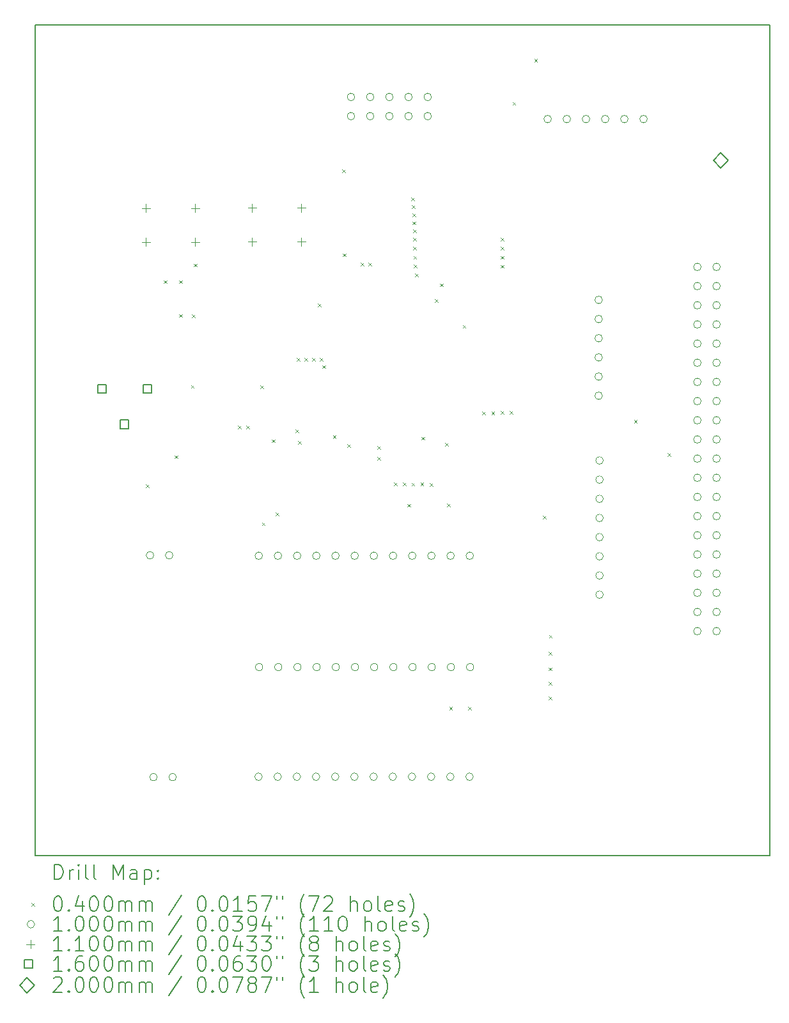
<source format=gbr>
%TF.GenerationSoftware,KiCad,Pcbnew,7.0.10*%
%TF.CreationDate,2024-03-05T14:42:51-05:00*%
%TF.ProjectId,Senior Design,53656e69-6f72-4204-9465-7369676e2e6b,rev?*%
%TF.SameCoordinates,Original*%
%TF.FileFunction,Drillmap*%
%TF.FilePolarity,Positive*%
%FSLAX45Y45*%
G04 Gerber Fmt 4.5, Leading zero omitted, Abs format (unit mm)*
G04 Created by KiCad (PCBNEW 7.0.10) date 2024-03-05 14:42:51*
%MOMM*%
%LPD*%
G01*
G04 APERTURE LIST*
%ADD10C,0.200000*%
%ADD11C,0.100000*%
%ADD12C,0.110000*%
%ADD13C,0.160000*%
G04 APERTURE END LIST*
D10*
X12200000Y-3670000D02*
X21924000Y-3670000D01*
X21924000Y-14670000D01*
X12200000Y-14670000D01*
X12200000Y-3670000D01*
D11*
X13660000Y-9755000D02*
X13700000Y-9795000D01*
X13700000Y-9755000D02*
X13660000Y-9795000D01*
X13900000Y-7050000D02*
X13940000Y-7090000D01*
X13940000Y-7050000D02*
X13900000Y-7090000D01*
X14044000Y-9370000D02*
X14084000Y-9410000D01*
X14084000Y-9370000D02*
X14044000Y-9410000D01*
X14100000Y-7050000D02*
X14140000Y-7090000D01*
X14140000Y-7050000D02*
X14100000Y-7090000D01*
X14100000Y-7500000D02*
X14140000Y-7540000D01*
X14140000Y-7500000D02*
X14100000Y-7540000D01*
X14260000Y-8440000D02*
X14300000Y-8480000D01*
X14300000Y-8440000D02*
X14260000Y-8480000D01*
X14275000Y-7502500D02*
X14315000Y-7542500D01*
X14315000Y-7502500D02*
X14275000Y-7542500D01*
X14295000Y-6830000D02*
X14335000Y-6870000D01*
X14335000Y-6830000D02*
X14295000Y-6870000D01*
X14882781Y-8975293D02*
X14922781Y-9015293D01*
X14922781Y-8975293D02*
X14882781Y-9015293D01*
X14990000Y-8980000D02*
X15030000Y-9020000D01*
X15030000Y-8980000D02*
X14990000Y-9020000D01*
X15178000Y-8442000D02*
X15218000Y-8482000D01*
X15218000Y-8442000D02*
X15178000Y-8482000D01*
X15200000Y-10260000D02*
X15240000Y-10300000D01*
X15240000Y-10260000D02*
X15200000Y-10300000D01*
X15330000Y-9160000D02*
X15370000Y-9200000D01*
X15370000Y-9160000D02*
X15330000Y-9200000D01*
X15380000Y-10130000D02*
X15420000Y-10170000D01*
X15420000Y-10130000D02*
X15380000Y-10170000D01*
X15646000Y-9028000D02*
X15686000Y-9068000D01*
X15686000Y-9028000D02*
X15646000Y-9068000D01*
X15660000Y-8080000D02*
X15700000Y-8120000D01*
X15700000Y-8080000D02*
X15660000Y-8120000D01*
X15677500Y-9179605D02*
X15717500Y-9219605D01*
X15717500Y-9179605D02*
X15677500Y-9219605D01*
X15761265Y-8081265D02*
X15801265Y-8121265D01*
X15801265Y-8081265D02*
X15761265Y-8121265D01*
X15863328Y-8081733D02*
X15903328Y-8121733D01*
X15903328Y-8081733D02*
X15863328Y-8121733D01*
X15940000Y-7360000D02*
X15980000Y-7400000D01*
X15980000Y-7360000D02*
X15940000Y-7400000D01*
X15963281Y-8078676D02*
X16003281Y-8118676D01*
X16003281Y-8078676D02*
X15963281Y-8118676D01*
X15996685Y-8176685D02*
X16036685Y-8216685D01*
X16036685Y-8176685D02*
X15996685Y-8216685D01*
X16140000Y-9107105D02*
X16180000Y-9147105D01*
X16180000Y-9107105D02*
X16140000Y-9147105D01*
X16260000Y-5580000D02*
X16300000Y-5620000D01*
X16300000Y-5580000D02*
X16260000Y-5620000D01*
X16270000Y-6695000D02*
X16310000Y-6735000D01*
X16310000Y-6695000D02*
X16270000Y-6735000D01*
X16330000Y-9220000D02*
X16370000Y-9260000D01*
X16370000Y-9220000D02*
X16330000Y-9260000D01*
X16510000Y-6820000D02*
X16550000Y-6860000D01*
X16550000Y-6820000D02*
X16510000Y-6860000D01*
X16610000Y-6820000D02*
X16650000Y-6860000D01*
X16650000Y-6820000D02*
X16610000Y-6860000D01*
X16727500Y-9250087D02*
X16767500Y-9290087D01*
X16767500Y-9250087D02*
X16727500Y-9290087D01*
X16730000Y-9390000D02*
X16770000Y-9430000D01*
X16770000Y-9390000D02*
X16730000Y-9430000D01*
X16949000Y-9729000D02*
X16989000Y-9769000D01*
X16989000Y-9729000D02*
X16949000Y-9769000D01*
X17066000Y-9731000D02*
X17106000Y-9771000D01*
X17106000Y-9731000D02*
X17066000Y-9771000D01*
X17125000Y-10014000D02*
X17165000Y-10054000D01*
X17165000Y-10014000D02*
X17125000Y-10054000D01*
X17178000Y-5955000D02*
X17218000Y-5995000D01*
X17218000Y-5955000D02*
X17178000Y-5995000D01*
X17180000Y-9736000D02*
X17220000Y-9776000D01*
X17220000Y-9736000D02*
X17180000Y-9776000D01*
X17185000Y-6057000D02*
X17225000Y-6097000D01*
X17225000Y-6057000D02*
X17185000Y-6097000D01*
X17191000Y-6164000D02*
X17231000Y-6204000D01*
X17231000Y-6164000D02*
X17191000Y-6204000D01*
X17195000Y-6273000D02*
X17235000Y-6313000D01*
X17235000Y-6273000D02*
X17195000Y-6313000D01*
X17199000Y-6379000D02*
X17239000Y-6419000D01*
X17239000Y-6379000D02*
X17199000Y-6419000D01*
X17201000Y-6491000D02*
X17241000Y-6531000D01*
X17241000Y-6491000D02*
X17201000Y-6531000D01*
X17203000Y-6608000D02*
X17243000Y-6648000D01*
X17243000Y-6608000D02*
X17203000Y-6648000D01*
X17207000Y-6729000D02*
X17247000Y-6769000D01*
X17247000Y-6729000D02*
X17207000Y-6769000D01*
X17213000Y-6846000D02*
X17253000Y-6886000D01*
X17253000Y-6846000D02*
X17213000Y-6886000D01*
X17227500Y-6963250D02*
X17267500Y-7003250D01*
X17267500Y-6963250D02*
X17227500Y-7003250D01*
X17299000Y-9733000D02*
X17339000Y-9773000D01*
X17339000Y-9733000D02*
X17299000Y-9773000D01*
X17311251Y-9125982D02*
X17351251Y-9165982D01*
X17351251Y-9125982D02*
X17311251Y-9165982D01*
X17424000Y-9739000D02*
X17464000Y-9779000D01*
X17464000Y-9739000D02*
X17424000Y-9779000D01*
X17490000Y-7300000D02*
X17530000Y-7340000D01*
X17530000Y-7300000D02*
X17490000Y-7340000D01*
X17556000Y-7092500D02*
X17596000Y-7132500D01*
X17596000Y-7092500D02*
X17556000Y-7132500D01*
X17628000Y-9205000D02*
X17668000Y-9245000D01*
X17668000Y-9205000D02*
X17628000Y-9245000D01*
X17652000Y-10012000D02*
X17692000Y-10052000D01*
X17692000Y-10012000D02*
X17652000Y-10052000D01*
X17680000Y-12700000D02*
X17720000Y-12740000D01*
X17720000Y-12700000D02*
X17680000Y-12740000D01*
X17857579Y-7644952D02*
X17897579Y-7684952D01*
X17897579Y-7644952D02*
X17857579Y-7684952D01*
X17930000Y-12700000D02*
X17970000Y-12740000D01*
X17970000Y-12700000D02*
X17930000Y-12740000D01*
X18116000Y-8789000D02*
X18156000Y-8829000D01*
X18156000Y-8789000D02*
X18116000Y-8829000D01*
X18239000Y-8792000D02*
X18279000Y-8832000D01*
X18279000Y-8792000D02*
X18239000Y-8832000D01*
X18360000Y-6491000D02*
X18400000Y-6531000D01*
X18400000Y-6491000D02*
X18360000Y-6531000D01*
X18360000Y-6609000D02*
X18400000Y-6649000D01*
X18400000Y-6609000D02*
X18360000Y-6649000D01*
X18360000Y-6729000D02*
X18400000Y-6769000D01*
X18400000Y-6729000D02*
X18360000Y-6769000D01*
X18360000Y-6848000D02*
X18400000Y-6888000D01*
X18400000Y-6848000D02*
X18360000Y-6888000D01*
X18362000Y-8785000D02*
X18402000Y-8825000D01*
X18402000Y-8785000D02*
X18362000Y-8825000D01*
X18482000Y-8782000D02*
X18522000Y-8822000D01*
X18522000Y-8782000D02*
X18482000Y-8822000D01*
X18519000Y-4689000D02*
X18559000Y-4729000D01*
X18559000Y-4689000D02*
X18519000Y-4729000D01*
X18805000Y-4118000D02*
X18845000Y-4158000D01*
X18845000Y-4118000D02*
X18805000Y-4158000D01*
X18923000Y-10174000D02*
X18963000Y-10214000D01*
X18963000Y-10174000D02*
X18923000Y-10214000D01*
X18997000Y-11972000D02*
X19037000Y-12012000D01*
X19037000Y-11972000D02*
X18997000Y-12012000D01*
X18997000Y-12183000D02*
X19037000Y-12223000D01*
X19037000Y-12183000D02*
X18997000Y-12223000D01*
X18997000Y-12375000D02*
X19037000Y-12415000D01*
X19037000Y-12375000D02*
X18997000Y-12415000D01*
X18998000Y-12568000D02*
X19038000Y-12608000D01*
X19038000Y-12568000D02*
X18998000Y-12608000D01*
X19000000Y-11750000D02*
X19040000Y-11790000D01*
X19040000Y-11750000D02*
X19000000Y-11790000D01*
X20127000Y-8900000D02*
X20167000Y-8940000D01*
X20167000Y-8900000D02*
X20127000Y-8940000D01*
X20570500Y-9343000D02*
X20610500Y-9383000D01*
X20610500Y-9343000D02*
X20570500Y-9383000D01*
X13768000Y-10695000D02*
G75*
G03*
X13668000Y-10695000I-50000J0D01*
G01*
X13668000Y-10695000D02*
G75*
G03*
X13768000Y-10695000I50000J0D01*
G01*
X13813000Y-13634000D02*
G75*
G03*
X13713000Y-13634000I-50000J0D01*
G01*
X13713000Y-13634000D02*
G75*
G03*
X13813000Y-13634000I50000J0D01*
G01*
X14022000Y-10695000D02*
G75*
G03*
X13922000Y-10695000I-50000J0D01*
G01*
X13922000Y-10695000D02*
G75*
G03*
X14022000Y-10695000I50000J0D01*
G01*
X14067000Y-13634000D02*
G75*
G03*
X13967000Y-13634000I-50000J0D01*
G01*
X13967000Y-13634000D02*
G75*
G03*
X14067000Y-13634000I50000J0D01*
G01*
X15204000Y-13629000D02*
G75*
G03*
X15104000Y-13629000I-50000J0D01*
G01*
X15104000Y-13629000D02*
G75*
G03*
X15204000Y-13629000I50000J0D01*
G01*
X15208000Y-10701000D02*
G75*
G03*
X15108000Y-10701000I-50000J0D01*
G01*
X15108000Y-10701000D02*
G75*
G03*
X15208000Y-10701000I50000J0D01*
G01*
X15212000Y-12176000D02*
G75*
G03*
X15112000Y-12176000I-50000J0D01*
G01*
X15112000Y-12176000D02*
G75*
G03*
X15212000Y-12176000I50000J0D01*
G01*
X15458000Y-13629000D02*
G75*
G03*
X15358000Y-13629000I-50000J0D01*
G01*
X15358000Y-13629000D02*
G75*
G03*
X15458000Y-13629000I50000J0D01*
G01*
X15462000Y-10701000D02*
G75*
G03*
X15362000Y-10701000I-50000J0D01*
G01*
X15362000Y-10701000D02*
G75*
G03*
X15462000Y-10701000I50000J0D01*
G01*
X15466000Y-12176000D02*
G75*
G03*
X15366000Y-12176000I-50000J0D01*
G01*
X15366000Y-12176000D02*
G75*
G03*
X15466000Y-12176000I50000J0D01*
G01*
X15712000Y-13629000D02*
G75*
G03*
X15612000Y-13629000I-50000J0D01*
G01*
X15612000Y-13629000D02*
G75*
G03*
X15712000Y-13629000I50000J0D01*
G01*
X15716000Y-10701000D02*
G75*
G03*
X15616000Y-10701000I-50000J0D01*
G01*
X15616000Y-10701000D02*
G75*
G03*
X15716000Y-10701000I50000J0D01*
G01*
X15720000Y-12176000D02*
G75*
G03*
X15620000Y-12176000I-50000J0D01*
G01*
X15620000Y-12176000D02*
G75*
G03*
X15720000Y-12176000I50000J0D01*
G01*
X15966000Y-13629000D02*
G75*
G03*
X15866000Y-13629000I-50000J0D01*
G01*
X15866000Y-13629000D02*
G75*
G03*
X15966000Y-13629000I50000J0D01*
G01*
X15970000Y-10701000D02*
G75*
G03*
X15870000Y-10701000I-50000J0D01*
G01*
X15870000Y-10701000D02*
G75*
G03*
X15970000Y-10701000I50000J0D01*
G01*
X15974000Y-12176000D02*
G75*
G03*
X15874000Y-12176000I-50000J0D01*
G01*
X15874000Y-12176000D02*
G75*
G03*
X15974000Y-12176000I50000J0D01*
G01*
X16220000Y-13629000D02*
G75*
G03*
X16120000Y-13629000I-50000J0D01*
G01*
X16120000Y-13629000D02*
G75*
G03*
X16220000Y-13629000I50000J0D01*
G01*
X16224000Y-10701000D02*
G75*
G03*
X16124000Y-10701000I-50000J0D01*
G01*
X16124000Y-10701000D02*
G75*
G03*
X16224000Y-10701000I50000J0D01*
G01*
X16228000Y-12176000D02*
G75*
G03*
X16128000Y-12176000I-50000J0D01*
G01*
X16128000Y-12176000D02*
G75*
G03*
X16228000Y-12176000I50000J0D01*
G01*
X16429000Y-4622000D02*
G75*
G03*
X16329000Y-4622000I-50000J0D01*
G01*
X16329000Y-4622000D02*
G75*
G03*
X16429000Y-4622000I50000J0D01*
G01*
X16429000Y-4876000D02*
G75*
G03*
X16329000Y-4876000I-50000J0D01*
G01*
X16329000Y-4876000D02*
G75*
G03*
X16429000Y-4876000I50000J0D01*
G01*
X16474000Y-13629000D02*
G75*
G03*
X16374000Y-13629000I-50000J0D01*
G01*
X16374000Y-13629000D02*
G75*
G03*
X16474000Y-13629000I50000J0D01*
G01*
X16478000Y-10701000D02*
G75*
G03*
X16378000Y-10701000I-50000J0D01*
G01*
X16378000Y-10701000D02*
G75*
G03*
X16478000Y-10701000I50000J0D01*
G01*
X16482000Y-12176000D02*
G75*
G03*
X16382000Y-12176000I-50000J0D01*
G01*
X16382000Y-12176000D02*
G75*
G03*
X16482000Y-12176000I50000J0D01*
G01*
X16683000Y-4622000D02*
G75*
G03*
X16583000Y-4622000I-50000J0D01*
G01*
X16583000Y-4622000D02*
G75*
G03*
X16683000Y-4622000I50000J0D01*
G01*
X16683000Y-4876000D02*
G75*
G03*
X16583000Y-4876000I-50000J0D01*
G01*
X16583000Y-4876000D02*
G75*
G03*
X16683000Y-4876000I50000J0D01*
G01*
X16728000Y-13629000D02*
G75*
G03*
X16628000Y-13629000I-50000J0D01*
G01*
X16628000Y-13629000D02*
G75*
G03*
X16728000Y-13629000I50000J0D01*
G01*
X16732000Y-10701000D02*
G75*
G03*
X16632000Y-10701000I-50000J0D01*
G01*
X16632000Y-10701000D02*
G75*
G03*
X16732000Y-10701000I50000J0D01*
G01*
X16736000Y-12176000D02*
G75*
G03*
X16636000Y-12176000I-50000J0D01*
G01*
X16636000Y-12176000D02*
G75*
G03*
X16736000Y-12176000I50000J0D01*
G01*
X16937000Y-4622000D02*
G75*
G03*
X16837000Y-4622000I-50000J0D01*
G01*
X16837000Y-4622000D02*
G75*
G03*
X16937000Y-4622000I50000J0D01*
G01*
X16937000Y-4876000D02*
G75*
G03*
X16837000Y-4876000I-50000J0D01*
G01*
X16837000Y-4876000D02*
G75*
G03*
X16937000Y-4876000I50000J0D01*
G01*
X16982000Y-13629000D02*
G75*
G03*
X16882000Y-13629000I-50000J0D01*
G01*
X16882000Y-13629000D02*
G75*
G03*
X16982000Y-13629000I50000J0D01*
G01*
X16986000Y-10701000D02*
G75*
G03*
X16886000Y-10701000I-50000J0D01*
G01*
X16886000Y-10701000D02*
G75*
G03*
X16986000Y-10701000I50000J0D01*
G01*
X16990000Y-12176000D02*
G75*
G03*
X16890000Y-12176000I-50000J0D01*
G01*
X16890000Y-12176000D02*
G75*
G03*
X16990000Y-12176000I50000J0D01*
G01*
X17191000Y-4622000D02*
G75*
G03*
X17091000Y-4622000I-50000J0D01*
G01*
X17091000Y-4622000D02*
G75*
G03*
X17191000Y-4622000I50000J0D01*
G01*
X17191000Y-4876000D02*
G75*
G03*
X17091000Y-4876000I-50000J0D01*
G01*
X17091000Y-4876000D02*
G75*
G03*
X17191000Y-4876000I50000J0D01*
G01*
X17236000Y-13629000D02*
G75*
G03*
X17136000Y-13629000I-50000J0D01*
G01*
X17136000Y-13629000D02*
G75*
G03*
X17236000Y-13629000I50000J0D01*
G01*
X17240000Y-10701000D02*
G75*
G03*
X17140000Y-10701000I-50000J0D01*
G01*
X17140000Y-10701000D02*
G75*
G03*
X17240000Y-10701000I50000J0D01*
G01*
X17244000Y-12176000D02*
G75*
G03*
X17144000Y-12176000I-50000J0D01*
G01*
X17144000Y-12176000D02*
G75*
G03*
X17244000Y-12176000I50000J0D01*
G01*
X17445000Y-4622000D02*
G75*
G03*
X17345000Y-4622000I-50000J0D01*
G01*
X17345000Y-4622000D02*
G75*
G03*
X17445000Y-4622000I50000J0D01*
G01*
X17445000Y-4876000D02*
G75*
G03*
X17345000Y-4876000I-50000J0D01*
G01*
X17345000Y-4876000D02*
G75*
G03*
X17445000Y-4876000I50000J0D01*
G01*
X17490000Y-13629000D02*
G75*
G03*
X17390000Y-13629000I-50000J0D01*
G01*
X17390000Y-13629000D02*
G75*
G03*
X17490000Y-13629000I50000J0D01*
G01*
X17494000Y-10701000D02*
G75*
G03*
X17394000Y-10701000I-50000J0D01*
G01*
X17394000Y-10701000D02*
G75*
G03*
X17494000Y-10701000I50000J0D01*
G01*
X17498000Y-12176000D02*
G75*
G03*
X17398000Y-12176000I-50000J0D01*
G01*
X17398000Y-12176000D02*
G75*
G03*
X17498000Y-12176000I50000J0D01*
G01*
X17744000Y-13629000D02*
G75*
G03*
X17644000Y-13629000I-50000J0D01*
G01*
X17644000Y-13629000D02*
G75*
G03*
X17744000Y-13629000I50000J0D01*
G01*
X17748000Y-10701000D02*
G75*
G03*
X17648000Y-10701000I-50000J0D01*
G01*
X17648000Y-10701000D02*
G75*
G03*
X17748000Y-10701000I50000J0D01*
G01*
X17752000Y-12176000D02*
G75*
G03*
X17652000Y-12176000I-50000J0D01*
G01*
X17652000Y-12176000D02*
G75*
G03*
X17752000Y-12176000I50000J0D01*
G01*
X17998000Y-13629000D02*
G75*
G03*
X17898000Y-13629000I-50000J0D01*
G01*
X17898000Y-13629000D02*
G75*
G03*
X17998000Y-13629000I50000J0D01*
G01*
X18002000Y-10701000D02*
G75*
G03*
X17902000Y-10701000I-50000J0D01*
G01*
X17902000Y-10701000D02*
G75*
G03*
X18002000Y-10701000I50000J0D01*
G01*
X18006000Y-12176000D02*
G75*
G03*
X17906000Y-12176000I-50000J0D01*
G01*
X17906000Y-12176000D02*
G75*
G03*
X18006000Y-12176000I50000J0D01*
G01*
X19033000Y-4915000D02*
G75*
G03*
X18933000Y-4915000I-50000J0D01*
G01*
X18933000Y-4915000D02*
G75*
G03*
X19033000Y-4915000I50000J0D01*
G01*
X19287000Y-4915000D02*
G75*
G03*
X19187000Y-4915000I-50000J0D01*
G01*
X19187000Y-4915000D02*
G75*
G03*
X19287000Y-4915000I50000J0D01*
G01*
X19541000Y-4915000D02*
G75*
G03*
X19441000Y-4915000I-50000J0D01*
G01*
X19441000Y-4915000D02*
G75*
G03*
X19541000Y-4915000I50000J0D01*
G01*
X19708000Y-7311000D02*
G75*
G03*
X19608000Y-7311000I-50000J0D01*
G01*
X19608000Y-7311000D02*
G75*
G03*
X19708000Y-7311000I50000J0D01*
G01*
X19708000Y-7565000D02*
G75*
G03*
X19608000Y-7565000I-50000J0D01*
G01*
X19608000Y-7565000D02*
G75*
G03*
X19708000Y-7565000I50000J0D01*
G01*
X19708000Y-7819000D02*
G75*
G03*
X19608000Y-7819000I-50000J0D01*
G01*
X19608000Y-7819000D02*
G75*
G03*
X19708000Y-7819000I50000J0D01*
G01*
X19708000Y-8073000D02*
G75*
G03*
X19608000Y-8073000I-50000J0D01*
G01*
X19608000Y-8073000D02*
G75*
G03*
X19708000Y-8073000I50000J0D01*
G01*
X19708000Y-8327000D02*
G75*
G03*
X19608000Y-8327000I-50000J0D01*
G01*
X19608000Y-8327000D02*
G75*
G03*
X19708000Y-8327000I50000J0D01*
G01*
X19708000Y-8581000D02*
G75*
G03*
X19608000Y-8581000I-50000J0D01*
G01*
X19608000Y-8581000D02*
G75*
G03*
X19708000Y-8581000I50000J0D01*
G01*
X19719000Y-9438000D02*
G75*
G03*
X19619000Y-9438000I-50000J0D01*
G01*
X19619000Y-9438000D02*
G75*
G03*
X19719000Y-9438000I50000J0D01*
G01*
X19719000Y-9692000D02*
G75*
G03*
X19619000Y-9692000I-50000J0D01*
G01*
X19619000Y-9692000D02*
G75*
G03*
X19719000Y-9692000I50000J0D01*
G01*
X19719000Y-9946000D02*
G75*
G03*
X19619000Y-9946000I-50000J0D01*
G01*
X19619000Y-9946000D02*
G75*
G03*
X19719000Y-9946000I50000J0D01*
G01*
X19719000Y-10200000D02*
G75*
G03*
X19619000Y-10200000I-50000J0D01*
G01*
X19619000Y-10200000D02*
G75*
G03*
X19719000Y-10200000I50000J0D01*
G01*
X19719000Y-10454000D02*
G75*
G03*
X19619000Y-10454000I-50000J0D01*
G01*
X19619000Y-10454000D02*
G75*
G03*
X19719000Y-10454000I50000J0D01*
G01*
X19719000Y-10708000D02*
G75*
G03*
X19619000Y-10708000I-50000J0D01*
G01*
X19619000Y-10708000D02*
G75*
G03*
X19719000Y-10708000I50000J0D01*
G01*
X19719000Y-10962000D02*
G75*
G03*
X19619000Y-10962000I-50000J0D01*
G01*
X19619000Y-10962000D02*
G75*
G03*
X19719000Y-10962000I50000J0D01*
G01*
X19719000Y-11216000D02*
G75*
G03*
X19619000Y-11216000I-50000J0D01*
G01*
X19619000Y-11216000D02*
G75*
G03*
X19719000Y-11216000I50000J0D01*
G01*
X19795000Y-4915000D02*
G75*
G03*
X19695000Y-4915000I-50000J0D01*
G01*
X19695000Y-4915000D02*
G75*
G03*
X19795000Y-4915000I50000J0D01*
G01*
X20049000Y-4915000D02*
G75*
G03*
X19949000Y-4915000I-50000J0D01*
G01*
X19949000Y-4915000D02*
G75*
G03*
X20049000Y-4915000I50000J0D01*
G01*
X20303000Y-4915000D02*
G75*
G03*
X20203000Y-4915000I-50000J0D01*
G01*
X20203000Y-4915000D02*
G75*
G03*
X20303000Y-4915000I50000J0D01*
G01*
X21016000Y-6874000D02*
G75*
G03*
X20916000Y-6874000I-50000J0D01*
G01*
X20916000Y-6874000D02*
G75*
G03*
X21016000Y-6874000I50000J0D01*
G01*
X21016000Y-7128000D02*
G75*
G03*
X20916000Y-7128000I-50000J0D01*
G01*
X20916000Y-7128000D02*
G75*
G03*
X21016000Y-7128000I50000J0D01*
G01*
X21016000Y-7382000D02*
G75*
G03*
X20916000Y-7382000I-50000J0D01*
G01*
X20916000Y-7382000D02*
G75*
G03*
X21016000Y-7382000I50000J0D01*
G01*
X21016000Y-7636000D02*
G75*
G03*
X20916000Y-7636000I-50000J0D01*
G01*
X20916000Y-7636000D02*
G75*
G03*
X21016000Y-7636000I50000J0D01*
G01*
X21016000Y-7890000D02*
G75*
G03*
X20916000Y-7890000I-50000J0D01*
G01*
X20916000Y-7890000D02*
G75*
G03*
X21016000Y-7890000I50000J0D01*
G01*
X21016000Y-8144000D02*
G75*
G03*
X20916000Y-8144000I-50000J0D01*
G01*
X20916000Y-8144000D02*
G75*
G03*
X21016000Y-8144000I50000J0D01*
G01*
X21016000Y-8398000D02*
G75*
G03*
X20916000Y-8398000I-50000J0D01*
G01*
X20916000Y-8398000D02*
G75*
G03*
X21016000Y-8398000I50000J0D01*
G01*
X21016000Y-8652000D02*
G75*
G03*
X20916000Y-8652000I-50000J0D01*
G01*
X20916000Y-8652000D02*
G75*
G03*
X21016000Y-8652000I50000J0D01*
G01*
X21016000Y-8906000D02*
G75*
G03*
X20916000Y-8906000I-50000J0D01*
G01*
X20916000Y-8906000D02*
G75*
G03*
X21016000Y-8906000I50000J0D01*
G01*
X21016000Y-9160000D02*
G75*
G03*
X20916000Y-9160000I-50000J0D01*
G01*
X20916000Y-9160000D02*
G75*
G03*
X21016000Y-9160000I50000J0D01*
G01*
X21016000Y-9414000D02*
G75*
G03*
X20916000Y-9414000I-50000J0D01*
G01*
X20916000Y-9414000D02*
G75*
G03*
X21016000Y-9414000I50000J0D01*
G01*
X21016000Y-9668000D02*
G75*
G03*
X20916000Y-9668000I-50000J0D01*
G01*
X20916000Y-9668000D02*
G75*
G03*
X21016000Y-9668000I50000J0D01*
G01*
X21016000Y-9922000D02*
G75*
G03*
X20916000Y-9922000I-50000J0D01*
G01*
X20916000Y-9922000D02*
G75*
G03*
X21016000Y-9922000I50000J0D01*
G01*
X21016000Y-10176000D02*
G75*
G03*
X20916000Y-10176000I-50000J0D01*
G01*
X20916000Y-10176000D02*
G75*
G03*
X21016000Y-10176000I50000J0D01*
G01*
X21016000Y-10430000D02*
G75*
G03*
X20916000Y-10430000I-50000J0D01*
G01*
X20916000Y-10430000D02*
G75*
G03*
X21016000Y-10430000I50000J0D01*
G01*
X21016000Y-10684000D02*
G75*
G03*
X20916000Y-10684000I-50000J0D01*
G01*
X20916000Y-10684000D02*
G75*
G03*
X21016000Y-10684000I50000J0D01*
G01*
X21016000Y-10938000D02*
G75*
G03*
X20916000Y-10938000I-50000J0D01*
G01*
X20916000Y-10938000D02*
G75*
G03*
X21016000Y-10938000I50000J0D01*
G01*
X21016000Y-11192000D02*
G75*
G03*
X20916000Y-11192000I-50000J0D01*
G01*
X20916000Y-11192000D02*
G75*
G03*
X21016000Y-11192000I50000J0D01*
G01*
X21016000Y-11446000D02*
G75*
G03*
X20916000Y-11446000I-50000J0D01*
G01*
X20916000Y-11446000D02*
G75*
G03*
X21016000Y-11446000I50000J0D01*
G01*
X21016000Y-11700000D02*
G75*
G03*
X20916000Y-11700000I-50000J0D01*
G01*
X20916000Y-11700000D02*
G75*
G03*
X21016000Y-11700000I50000J0D01*
G01*
X21270000Y-6874000D02*
G75*
G03*
X21170000Y-6874000I-50000J0D01*
G01*
X21170000Y-6874000D02*
G75*
G03*
X21270000Y-6874000I50000J0D01*
G01*
X21270000Y-7128000D02*
G75*
G03*
X21170000Y-7128000I-50000J0D01*
G01*
X21170000Y-7128000D02*
G75*
G03*
X21270000Y-7128000I50000J0D01*
G01*
X21270000Y-7382000D02*
G75*
G03*
X21170000Y-7382000I-50000J0D01*
G01*
X21170000Y-7382000D02*
G75*
G03*
X21270000Y-7382000I50000J0D01*
G01*
X21270000Y-7636000D02*
G75*
G03*
X21170000Y-7636000I-50000J0D01*
G01*
X21170000Y-7636000D02*
G75*
G03*
X21270000Y-7636000I50000J0D01*
G01*
X21270000Y-7890000D02*
G75*
G03*
X21170000Y-7890000I-50000J0D01*
G01*
X21170000Y-7890000D02*
G75*
G03*
X21270000Y-7890000I50000J0D01*
G01*
X21270000Y-8144000D02*
G75*
G03*
X21170000Y-8144000I-50000J0D01*
G01*
X21170000Y-8144000D02*
G75*
G03*
X21270000Y-8144000I50000J0D01*
G01*
X21270000Y-8398000D02*
G75*
G03*
X21170000Y-8398000I-50000J0D01*
G01*
X21170000Y-8398000D02*
G75*
G03*
X21270000Y-8398000I50000J0D01*
G01*
X21270000Y-8652000D02*
G75*
G03*
X21170000Y-8652000I-50000J0D01*
G01*
X21170000Y-8652000D02*
G75*
G03*
X21270000Y-8652000I50000J0D01*
G01*
X21270000Y-8906000D02*
G75*
G03*
X21170000Y-8906000I-50000J0D01*
G01*
X21170000Y-8906000D02*
G75*
G03*
X21270000Y-8906000I50000J0D01*
G01*
X21270000Y-9160000D02*
G75*
G03*
X21170000Y-9160000I-50000J0D01*
G01*
X21170000Y-9160000D02*
G75*
G03*
X21270000Y-9160000I50000J0D01*
G01*
X21270000Y-9414000D02*
G75*
G03*
X21170000Y-9414000I-50000J0D01*
G01*
X21170000Y-9414000D02*
G75*
G03*
X21270000Y-9414000I50000J0D01*
G01*
X21270000Y-9668000D02*
G75*
G03*
X21170000Y-9668000I-50000J0D01*
G01*
X21170000Y-9668000D02*
G75*
G03*
X21270000Y-9668000I50000J0D01*
G01*
X21270000Y-9922000D02*
G75*
G03*
X21170000Y-9922000I-50000J0D01*
G01*
X21170000Y-9922000D02*
G75*
G03*
X21270000Y-9922000I50000J0D01*
G01*
X21270000Y-10176000D02*
G75*
G03*
X21170000Y-10176000I-50000J0D01*
G01*
X21170000Y-10176000D02*
G75*
G03*
X21270000Y-10176000I50000J0D01*
G01*
X21270000Y-10430000D02*
G75*
G03*
X21170000Y-10430000I-50000J0D01*
G01*
X21170000Y-10430000D02*
G75*
G03*
X21270000Y-10430000I50000J0D01*
G01*
X21270000Y-10684000D02*
G75*
G03*
X21170000Y-10684000I-50000J0D01*
G01*
X21170000Y-10684000D02*
G75*
G03*
X21270000Y-10684000I50000J0D01*
G01*
X21270000Y-10938000D02*
G75*
G03*
X21170000Y-10938000I-50000J0D01*
G01*
X21170000Y-10938000D02*
G75*
G03*
X21270000Y-10938000I50000J0D01*
G01*
X21270000Y-11192000D02*
G75*
G03*
X21170000Y-11192000I-50000J0D01*
G01*
X21170000Y-11192000D02*
G75*
G03*
X21270000Y-11192000I50000J0D01*
G01*
X21270000Y-11446000D02*
G75*
G03*
X21170000Y-11446000I-50000J0D01*
G01*
X21170000Y-11446000D02*
G75*
G03*
X21270000Y-11446000I50000J0D01*
G01*
X21270000Y-11700000D02*
G75*
G03*
X21170000Y-11700000I-50000J0D01*
G01*
X21170000Y-11700000D02*
G75*
G03*
X21270000Y-11700000I50000J0D01*
G01*
D12*
X13665000Y-6040000D02*
X13665000Y-6150000D01*
X13610000Y-6095000D02*
X13720000Y-6095000D01*
X13665000Y-6490000D02*
X13665000Y-6600000D01*
X13610000Y-6545000D02*
X13720000Y-6545000D01*
X14315000Y-6040000D02*
X14315000Y-6150000D01*
X14260000Y-6095000D02*
X14370000Y-6095000D01*
X14315000Y-6490000D02*
X14315000Y-6600000D01*
X14260000Y-6545000D02*
X14370000Y-6545000D01*
X15070000Y-6035000D02*
X15070000Y-6145000D01*
X15015000Y-6090000D02*
X15125000Y-6090000D01*
X15070000Y-6485000D02*
X15070000Y-6595000D01*
X15015000Y-6540000D02*
X15125000Y-6540000D01*
X15720000Y-6035000D02*
X15720000Y-6145000D01*
X15665000Y-6090000D02*
X15775000Y-6090000D01*
X15720000Y-6485000D02*
X15720000Y-6595000D01*
X15665000Y-6540000D02*
X15775000Y-6540000D01*
D13*
X13136569Y-8546569D02*
X13136569Y-8433431D01*
X13023431Y-8433431D01*
X13023431Y-8546569D01*
X13136569Y-8546569D01*
X13436569Y-9016569D02*
X13436569Y-8903431D01*
X13323431Y-8903431D01*
X13323431Y-9016569D01*
X13436569Y-9016569D01*
X13736569Y-8546569D02*
X13736569Y-8433431D01*
X13623431Y-8433431D01*
X13623431Y-8546569D01*
X13736569Y-8546569D01*
D10*
X21277000Y-5560000D02*
X21377000Y-5460000D01*
X21277000Y-5360000D01*
X21177000Y-5460000D01*
X21277000Y-5560000D01*
X12450777Y-14991484D02*
X12450777Y-14791484D01*
X12450777Y-14791484D02*
X12498396Y-14791484D01*
X12498396Y-14791484D02*
X12526967Y-14801008D01*
X12526967Y-14801008D02*
X12546015Y-14820055D01*
X12546015Y-14820055D02*
X12555539Y-14839103D01*
X12555539Y-14839103D02*
X12565062Y-14877198D01*
X12565062Y-14877198D02*
X12565062Y-14905769D01*
X12565062Y-14905769D02*
X12555539Y-14943865D01*
X12555539Y-14943865D02*
X12546015Y-14962912D01*
X12546015Y-14962912D02*
X12526967Y-14981960D01*
X12526967Y-14981960D02*
X12498396Y-14991484D01*
X12498396Y-14991484D02*
X12450777Y-14991484D01*
X12650777Y-14991484D02*
X12650777Y-14858150D01*
X12650777Y-14896246D02*
X12660301Y-14877198D01*
X12660301Y-14877198D02*
X12669824Y-14867674D01*
X12669824Y-14867674D02*
X12688872Y-14858150D01*
X12688872Y-14858150D02*
X12707920Y-14858150D01*
X12774586Y-14991484D02*
X12774586Y-14858150D01*
X12774586Y-14791484D02*
X12765062Y-14801008D01*
X12765062Y-14801008D02*
X12774586Y-14810531D01*
X12774586Y-14810531D02*
X12784110Y-14801008D01*
X12784110Y-14801008D02*
X12774586Y-14791484D01*
X12774586Y-14791484D02*
X12774586Y-14810531D01*
X12898396Y-14991484D02*
X12879348Y-14981960D01*
X12879348Y-14981960D02*
X12869824Y-14962912D01*
X12869824Y-14962912D02*
X12869824Y-14791484D01*
X13003158Y-14991484D02*
X12984110Y-14981960D01*
X12984110Y-14981960D02*
X12974586Y-14962912D01*
X12974586Y-14962912D02*
X12974586Y-14791484D01*
X13231729Y-14991484D02*
X13231729Y-14791484D01*
X13231729Y-14791484D02*
X13298396Y-14934341D01*
X13298396Y-14934341D02*
X13365062Y-14791484D01*
X13365062Y-14791484D02*
X13365062Y-14991484D01*
X13546015Y-14991484D02*
X13546015Y-14886722D01*
X13546015Y-14886722D02*
X13536491Y-14867674D01*
X13536491Y-14867674D02*
X13517443Y-14858150D01*
X13517443Y-14858150D02*
X13479348Y-14858150D01*
X13479348Y-14858150D02*
X13460301Y-14867674D01*
X13546015Y-14981960D02*
X13526967Y-14991484D01*
X13526967Y-14991484D02*
X13479348Y-14991484D01*
X13479348Y-14991484D02*
X13460301Y-14981960D01*
X13460301Y-14981960D02*
X13450777Y-14962912D01*
X13450777Y-14962912D02*
X13450777Y-14943865D01*
X13450777Y-14943865D02*
X13460301Y-14924817D01*
X13460301Y-14924817D02*
X13479348Y-14915293D01*
X13479348Y-14915293D02*
X13526967Y-14915293D01*
X13526967Y-14915293D02*
X13546015Y-14905769D01*
X13641253Y-14858150D02*
X13641253Y-15058150D01*
X13641253Y-14867674D02*
X13660301Y-14858150D01*
X13660301Y-14858150D02*
X13698396Y-14858150D01*
X13698396Y-14858150D02*
X13717443Y-14867674D01*
X13717443Y-14867674D02*
X13726967Y-14877198D01*
X13726967Y-14877198D02*
X13736491Y-14896246D01*
X13736491Y-14896246D02*
X13736491Y-14953388D01*
X13736491Y-14953388D02*
X13726967Y-14972436D01*
X13726967Y-14972436D02*
X13717443Y-14981960D01*
X13717443Y-14981960D02*
X13698396Y-14991484D01*
X13698396Y-14991484D02*
X13660301Y-14991484D01*
X13660301Y-14991484D02*
X13641253Y-14981960D01*
X13822205Y-14972436D02*
X13831729Y-14981960D01*
X13831729Y-14981960D02*
X13822205Y-14991484D01*
X13822205Y-14991484D02*
X13812682Y-14981960D01*
X13812682Y-14981960D02*
X13822205Y-14972436D01*
X13822205Y-14972436D02*
X13822205Y-14991484D01*
X13822205Y-14867674D02*
X13831729Y-14877198D01*
X13831729Y-14877198D02*
X13822205Y-14886722D01*
X13822205Y-14886722D02*
X13812682Y-14877198D01*
X13812682Y-14877198D02*
X13822205Y-14867674D01*
X13822205Y-14867674D02*
X13822205Y-14886722D01*
D11*
X12150000Y-15300000D02*
X12190000Y-15340000D01*
X12190000Y-15300000D02*
X12150000Y-15340000D01*
D10*
X12488872Y-15211484D02*
X12507920Y-15211484D01*
X12507920Y-15211484D02*
X12526967Y-15221008D01*
X12526967Y-15221008D02*
X12536491Y-15230531D01*
X12536491Y-15230531D02*
X12546015Y-15249579D01*
X12546015Y-15249579D02*
X12555539Y-15287674D01*
X12555539Y-15287674D02*
X12555539Y-15335293D01*
X12555539Y-15335293D02*
X12546015Y-15373388D01*
X12546015Y-15373388D02*
X12536491Y-15392436D01*
X12536491Y-15392436D02*
X12526967Y-15401960D01*
X12526967Y-15401960D02*
X12507920Y-15411484D01*
X12507920Y-15411484D02*
X12488872Y-15411484D01*
X12488872Y-15411484D02*
X12469824Y-15401960D01*
X12469824Y-15401960D02*
X12460301Y-15392436D01*
X12460301Y-15392436D02*
X12450777Y-15373388D01*
X12450777Y-15373388D02*
X12441253Y-15335293D01*
X12441253Y-15335293D02*
X12441253Y-15287674D01*
X12441253Y-15287674D02*
X12450777Y-15249579D01*
X12450777Y-15249579D02*
X12460301Y-15230531D01*
X12460301Y-15230531D02*
X12469824Y-15221008D01*
X12469824Y-15221008D02*
X12488872Y-15211484D01*
X12641253Y-15392436D02*
X12650777Y-15401960D01*
X12650777Y-15401960D02*
X12641253Y-15411484D01*
X12641253Y-15411484D02*
X12631729Y-15401960D01*
X12631729Y-15401960D02*
X12641253Y-15392436D01*
X12641253Y-15392436D02*
X12641253Y-15411484D01*
X12822205Y-15278150D02*
X12822205Y-15411484D01*
X12774586Y-15201960D02*
X12726967Y-15344817D01*
X12726967Y-15344817D02*
X12850777Y-15344817D01*
X12965062Y-15211484D02*
X12984110Y-15211484D01*
X12984110Y-15211484D02*
X13003158Y-15221008D01*
X13003158Y-15221008D02*
X13012682Y-15230531D01*
X13012682Y-15230531D02*
X13022205Y-15249579D01*
X13022205Y-15249579D02*
X13031729Y-15287674D01*
X13031729Y-15287674D02*
X13031729Y-15335293D01*
X13031729Y-15335293D02*
X13022205Y-15373388D01*
X13022205Y-15373388D02*
X13012682Y-15392436D01*
X13012682Y-15392436D02*
X13003158Y-15401960D01*
X13003158Y-15401960D02*
X12984110Y-15411484D01*
X12984110Y-15411484D02*
X12965062Y-15411484D01*
X12965062Y-15411484D02*
X12946015Y-15401960D01*
X12946015Y-15401960D02*
X12936491Y-15392436D01*
X12936491Y-15392436D02*
X12926967Y-15373388D01*
X12926967Y-15373388D02*
X12917443Y-15335293D01*
X12917443Y-15335293D02*
X12917443Y-15287674D01*
X12917443Y-15287674D02*
X12926967Y-15249579D01*
X12926967Y-15249579D02*
X12936491Y-15230531D01*
X12936491Y-15230531D02*
X12946015Y-15221008D01*
X12946015Y-15221008D02*
X12965062Y-15211484D01*
X13155539Y-15211484D02*
X13174586Y-15211484D01*
X13174586Y-15211484D02*
X13193634Y-15221008D01*
X13193634Y-15221008D02*
X13203158Y-15230531D01*
X13203158Y-15230531D02*
X13212682Y-15249579D01*
X13212682Y-15249579D02*
X13222205Y-15287674D01*
X13222205Y-15287674D02*
X13222205Y-15335293D01*
X13222205Y-15335293D02*
X13212682Y-15373388D01*
X13212682Y-15373388D02*
X13203158Y-15392436D01*
X13203158Y-15392436D02*
X13193634Y-15401960D01*
X13193634Y-15401960D02*
X13174586Y-15411484D01*
X13174586Y-15411484D02*
X13155539Y-15411484D01*
X13155539Y-15411484D02*
X13136491Y-15401960D01*
X13136491Y-15401960D02*
X13126967Y-15392436D01*
X13126967Y-15392436D02*
X13117443Y-15373388D01*
X13117443Y-15373388D02*
X13107920Y-15335293D01*
X13107920Y-15335293D02*
X13107920Y-15287674D01*
X13107920Y-15287674D02*
X13117443Y-15249579D01*
X13117443Y-15249579D02*
X13126967Y-15230531D01*
X13126967Y-15230531D02*
X13136491Y-15221008D01*
X13136491Y-15221008D02*
X13155539Y-15211484D01*
X13307920Y-15411484D02*
X13307920Y-15278150D01*
X13307920Y-15297198D02*
X13317443Y-15287674D01*
X13317443Y-15287674D02*
X13336491Y-15278150D01*
X13336491Y-15278150D02*
X13365063Y-15278150D01*
X13365063Y-15278150D02*
X13384110Y-15287674D01*
X13384110Y-15287674D02*
X13393634Y-15306722D01*
X13393634Y-15306722D02*
X13393634Y-15411484D01*
X13393634Y-15306722D02*
X13403158Y-15287674D01*
X13403158Y-15287674D02*
X13422205Y-15278150D01*
X13422205Y-15278150D02*
X13450777Y-15278150D01*
X13450777Y-15278150D02*
X13469824Y-15287674D01*
X13469824Y-15287674D02*
X13479348Y-15306722D01*
X13479348Y-15306722D02*
X13479348Y-15411484D01*
X13574586Y-15411484D02*
X13574586Y-15278150D01*
X13574586Y-15297198D02*
X13584110Y-15287674D01*
X13584110Y-15287674D02*
X13603158Y-15278150D01*
X13603158Y-15278150D02*
X13631729Y-15278150D01*
X13631729Y-15278150D02*
X13650777Y-15287674D01*
X13650777Y-15287674D02*
X13660301Y-15306722D01*
X13660301Y-15306722D02*
X13660301Y-15411484D01*
X13660301Y-15306722D02*
X13669824Y-15287674D01*
X13669824Y-15287674D02*
X13688872Y-15278150D01*
X13688872Y-15278150D02*
X13717443Y-15278150D01*
X13717443Y-15278150D02*
X13736491Y-15287674D01*
X13736491Y-15287674D02*
X13746015Y-15306722D01*
X13746015Y-15306722D02*
X13746015Y-15411484D01*
X14136491Y-15201960D02*
X13965063Y-15459103D01*
X14393634Y-15211484D02*
X14412682Y-15211484D01*
X14412682Y-15211484D02*
X14431729Y-15221008D01*
X14431729Y-15221008D02*
X14441253Y-15230531D01*
X14441253Y-15230531D02*
X14450777Y-15249579D01*
X14450777Y-15249579D02*
X14460301Y-15287674D01*
X14460301Y-15287674D02*
X14460301Y-15335293D01*
X14460301Y-15335293D02*
X14450777Y-15373388D01*
X14450777Y-15373388D02*
X14441253Y-15392436D01*
X14441253Y-15392436D02*
X14431729Y-15401960D01*
X14431729Y-15401960D02*
X14412682Y-15411484D01*
X14412682Y-15411484D02*
X14393634Y-15411484D01*
X14393634Y-15411484D02*
X14374586Y-15401960D01*
X14374586Y-15401960D02*
X14365063Y-15392436D01*
X14365063Y-15392436D02*
X14355539Y-15373388D01*
X14355539Y-15373388D02*
X14346015Y-15335293D01*
X14346015Y-15335293D02*
X14346015Y-15287674D01*
X14346015Y-15287674D02*
X14355539Y-15249579D01*
X14355539Y-15249579D02*
X14365063Y-15230531D01*
X14365063Y-15230531D02*
X14374586Y-15221008D01*
X14374586Y-15221008D02*
X14393634Y-15211484D01*
X14546015Y-15392436D02*
X14555539Y-15401960D01*
X14555539Y-15401960D02*
X14546015Y-15411484D01*
X14546015Y-15411484D02*
X14536491Y-15401960D01*
X14536491Y-15401960D02*
X14546015Y-15392436D01*
X14546015Y-15392436D02*
X14546015Y-15411484D01*
X14679348Y-15211484D02*
X14698396Y-15211484D01*
X14698396Y-15211484D02*
X14717444Y-15221008D01*
X14717444Y-15221008D02*
X14726967Y-15230531D01*
X14726967Y-15230531D02*
X14736491Y-15249579D01*
X14736491Y-15249579D02*
X14746015Y-15287674D01*
X14746015Y-15287674D02*
X14746015Y-15335293D01*
X14746015Y-15335293D02*
X14736491Y-15373388D01*
X14736491Y-15373388D02*
X14726967Y-15392436D01*
X14726967Y-15392436D02*
X14717444Y-15401960D01*
X14717444Y-15401960D02*
X14698396Y-15411484D01*
X14698396Y-15411484D02*
X14679348Y-15411484D01*
X14679348Y-15411484D02*
X14660301Y-15401960D01*
X14660301Y-15401960D02*
X14650777Y-15392436D01*
X14650777Y-15392436D02*
X14641253Y-15373388D01*
X14641253Y-15373388D02*
X14631729Y-15335293D01*
X14631729Y-15335293D02*
X14631729Y-15287674D01*
X14631729Y-15287674D02*
X14641253Y-15249579D01*
X14641253Y-15249579D02*
X14650777Y-15230531D01*
X14650777Y-15230531D02*
X14660301Y-15221008D01*
X14660301Y-15221008D02*
X14679348Y-15211484D01*
X14936491Y-15411484D02*
X14822206Y-15411484D01*
X14879348Y-15411484D02*
X14879348Y-15211484D01*
X14879348Y-15211484D02*
X14860301Y-15240055D01*
X14860301Y-15240055D02*
X14841253Y-15259103D01*
X14841253Y-15259103D02*
X14822206Y-15268627D01*
X15117444Y-15211484D02*
X15022206Y-15211484D01*
X15022206Y-15211484D02*
X15012682Y-15306722D01*
X15012682Y-15306722D02*
X15022206Y-15297198D01*
X15022206Y-15297198D02*
X15041253Y-15287674D01*
X15041253Y-15287674D02*
X15088872Y-15287674D01*
X15088872Y-15287674D02*
X15107920Y-15297198D01*
X15107920Y-15297198D02*
X15117444Y-15306722D01*
X15117444Y-15306722D02*
X15126967Y-15325769D01*
X15126967Y-15325769D02*
X15126967Y-15373388D01*
X15126967Y-15373388D02*
X15117444Y-15392436D01*
X15117444Y-15392436D02*
X15107920Y-15401960D01*
X15107920Y-15401960D02*
X15088872Y-15411484D01*
X15088872Y-15411484D02*
X15041253Y-15411484D01*
X15041253Y-15411484D02*
X15022206Y-15401960D01*
X15022206Y-15401960D02*
X15012682Y-15392436D01*
X15193634Y-15211484D02*
X15326967Y-15211484D01*
X15326967Y-15211484D02*
X15241253Y-15411484D01*
X15393634Y-15211484D02*
X15393634Y-15249579D01*
X15469825Y-15211484D02*
X15469825Y-15249579D01*
X15765063Y-15487674D02*
X15755539Y-15478150D01*
X15755539Y-15478150D02*
X15736491Y-15449579D01*
X15736491Y-15449579D02*
X15726968Y-15430531D01*
X15726968Y-15430531D02*
X15717444Y-15401960D01*
X15717444Y-15401960D02*
X15707920Y-15354341D01*
X15707920Y-15354341D02*
X15707920Y-15316246D01*
X15707920Y-15316246D02*
X15717444Y-15268627D01*
X15717444Y-15268627D02*
X15726968Y-15240055D01*
X15726968Y-15240055D02*
X15736491Y-15221008D01*
X15736491Y-15221008D02*
X15755539Y-15192436D01*
X15755539Y-15192436D02*
X15765063Y-15182912D01*
X15822206Y-15211484D02*
X15955539Y-15211484D01*
X15955539Y-15211484D02*
X15869825Y-15411484D01*
X16022206Y-15230531D02*
X16031729Y-15221008D01*
X16031729Y-15221008D02*
X16050777Y-15211484D01*
X16050777Y-15211484D02*
X16098396Y-15211484D01*
X16098396Y-15211484D02*
X16117444Y-15221008D01*
X16117444Y-15221008D02*
X16126968Y-15230531D01*
X16126968Y-15230531D02*
X16136491Y-15249579D01*
X16136491Y-15249579D02*
X16136491Y-15268627D01*
X16136491Y-15268627D02*
X16126968Y-15297198D01*
X16126968Y-15297198D02*
X16012682Y-15411484D01*
X16012682Y-15411484D02*
X16136491Y-15411484D01*
X16374587Y-15411484D02*
X16374587Y-15211484D01*
X16460301Y-15411484D02*
X16460301Y-15306722D01*
X16460301Y-15306722D02*
X16450777Y-15287674D01*
X16450777Y-15287674D02*
X16431730Y-15278150D01*
X16431730Y-15278150D02*
X16403158Y-15278150D01*
X16403158Y-15278150D02*
X16384110Y-15287674D01*
X16384110Y-15287674D02*
X16374587Y-15297198D01*
X16584110Y-15411484D02*
X16565063Y-15401960D01*
X16565063Y-15401960D02*
X16555539Y-15392436D01*
X16555539Y-15392436D02*
X16546015Y-15373388D01*
X16546015Y-15373388D02*
X16546015Y-15316246D01*
X16546015Y-15316246D02*
X16555539Y-15297198D01*
X16555539Y-15297198D02*
X16565063Y-15287674D01*
X16565063Y-15287674D02*
X16584110Y-15278150D01*
X16584110Y-15278150D02*
X16612682Y-15278150D01*
X16612682Y-15278150D02*
X16631730Y-15287674D01*
X16631730Y-15287674D02*
X16641253Y-15297198D01*
X16641253Y-15297198D02*
X16650777Y-15316246D01*
X16650777Y-15316246D02*
X16650777Y-15373388D01*
X16650777Y-15373388D02*
X16641253Y-15392436D01*
X16641253Y-15392436D02*
X16631730Y-15401960D01*
X16631730Y-15401960D02*
X16612682Y-15411484D01*
X16612682Y-15411484D02*
X16584110Y-15411484D01*
X16765063Y-15411484D02*
X16746015Y-15401960D01*
X16746015Y-15401960D02*
X16736491Y-15382912D01*
X16736491Y-15382912D02*
X16736491Y-15211484D01*
X16917444Y-15401960D02*
X16898396Y-15411484D01*
X16898396Y-15411484D02*
X16860301Y-15411484D01*
X16860301Y-15411484D02*
X16841253Y-15401960D01*
X16841253Y-15401960D02*
X16831730Y-15382912D01*
X16831730Y-15382912D02*
X16831730Y-15306722D01*
X16831730Y-15306722D02*
X16841253Y-15287674D01*
X16841253Y-15287674D02*
X16860301Y-15278150D01*
X16860301Y-15278150D02*
X16898396Y-15278150D01*
X16898396Y-15278150D02*
X16917444Y-15287674D01*
X16917444Y-15287674D02*
X16926968Y-15306722D01*
X16926968Y-15306722D02*
X16926968Y-15325769D01*
X16926968Y-15325769D02*
X16831730Y-15344817D01*
X17003158Y-15401960D02*
X17022206Y-15411484D01*
X17022206Y-15411484D02*
X17060301Y-15411484D01*
X17060301Y-15411484D02*
X17079349Y-15401960D01*
X17079349Y-15401960D02*
X17088873Y-15382912D01*
X17088873Y-15382912D02*
X17088873Y-15373388D01*
X17088873Y-15373388D02*
X17079349Y-15354341D01*
X17079349Y-15354341D02*
X17060301Y-15344817D01*
X17060301Y-15344817D02*
X17031730Y-15344817D01*
X17031730Y-15344817D02*
X17012682Y-15335293D01*
X17012682Y-15335293D02*
X17003158Y-15316246D01*
X17003158Y-15316246D02*
X17003158Y-15306722D01*
X17003158Y-15306722D02*
X17012682Y-15287674D01*
X17012682Y-15287674D02*
X17031730Y-15278150D01*
X17031730Y-15278150D02*
X17060301Y-15278150D01*
X17060301Y-15278150D02*
X17079349Y-15287674D01*
X17155539Y-15487674D02*
X17165063Y-15478150D01*
X17165063Y-15478150D02*
X17184111Y-15449579D01*
X17184111Y-15449579D02*
X17193634Y-15430531D01*
X17193634Y-15430531D02*
X17203158Y-15401960D01*
X17203158Y-15401960D02*
X17212682Y-15354341D01*
X17212682Y-15354341D02*
X17212682Y-15316246D01*
X17212682Y-15316246D02*
X17203158Y-15268627D01*
X17203158Y-15268627D02*
X17193634Y-15240055D01*
X17193634Y-15240055D02*
X17184111Y-15221008D01*
X17184111Y-15221008D02*
X17165063Y-15192436D01*
X17165063Y-15192436D02*
X17155539Y-15182912D01*
D11*
X12190000Y-15584000D02*
G75*
G03*
X12090000Y-15584000I-50000J0D01*
G01*
X12090000Y-15584000D02*
G75*
G03*
X12190000Y-15584000I50000J0D01*
G01*
D10*
X12555539Y-15675484D02*
X12441253Y-15675484D01*
X12498396Y-15675484D02*
X12498396Y-15475484D01*
X12498396Y-15475484D02*
X12479348Y-15504055D01*
X12479348Y-15504055D02*
X12460301Y-15523103D01*
X12460301Y-15523103D02*
X12441253Y-15532627D01*
X12641253Y-15656436D02*
X12650777Y-15665960D01*
X12650777Y-15665960D02*
X12641253Y-15675484D01*
X12641253Y-15675484D02*
X12631729Y-15665960D01*
X12631729Y-15665960D02*
X12641253Y-15656436D01*
X12641253Y-15656436D02*
X12641253Y-15675484D01*
X12774586Y-15475484D02*
X12793634Y-15475484D01*
X12793634Y-15475484D02*
X12812682Y-15485008D01*
X12812682Y-15485008D02*
X12822205Y-15494531D01*
X12822205Y-15494531D02*
X12831729Y-15513579D01*
X12831729Y-15513579D02*
X12841253Y-15551674D01*
X12841253Y-15551674D02*
X12841253Y-15599293D01*
X12841253Y-15599293D02*
X12831729Y-15637388D01*
X12831729Y-15637388D02*
X12822205Y-15656436D01*
X12822205Y-15656436D02*
X12812682Y-15665960D01*
X12812682Y-15665960D02*
X12793634Y-15675484D01*
X12793634Y-15675484D02*
X12774586Y-15675484D01*
X12774586Y-15675484D02*
X12755539Y-15665960D01*
X12755539Y-15665960D02*
X12746015Y-15656436D01*
X12746015Y-15656436D02*
X12736491Y-15637388D01*
X12736491Y-15637388D02*
X12726967Y-15599293D01*
X12726967Y-15599293D02*
X12726967Y-15551674D01*
X12726967Y-15551674D02*
X12736491Y-15513579D01*
X12736491Y-15513579D02*
X12746015Y-15494531D01*
X12746015Y-15494531D02*
X12755539Y-15485008D01*
X12755539Y-15485008D02*
X12774586Y-15475484D01*
X12965062Y-15475484D02*
X12984110Y-15475484D01*
X12984110Y-15475484D02*
X13003158Y-15485008D01*
X13003158Y-15485008D02*
X13012682Y-15494531D01*
X13012682Y-15494531D02*
X13022205Y-15513579D01*
X13022205Y-15513579D02*
X13031729Y-15551674D01*
X13031729Y-15551674D02*
X13031729Y-15599293D01*
X13031729Y-15599293D02*
X13022205Y-15637388D01*
X13022205Y-15637388D02*
X13012682Y-15656436D01*
X13012682Y-15656436D02*
X13003158Y-15665960D01*
X13003158Y-15665960D02*
X12984110Y-15675484D01*
X12984110Y-15675484D02*
X12965062Y-15675484D01*
X12965062Y-15675484D02*
X12946015Y-15665960D01*
X12946015Y-15665960D02*
X12936491Y-15656436D01*
X12936491Y-15656436D02*
X12926967Y-15637388D01*
X12926967Y-15637388D02*
X12917443Y-15599293D01*
X12917443Y-15599293D02*
X12917443Y-15551674D01*
X12917443Y-15551674D02*
X12926967Y-15513579D01*
X12926967Y-15513579D02*
X12936491Y-15494531D01*
X12936491Y-15494531D02*
X12946015Y-15485008D01*
X12946015Y-15485008D02*
X12965062Y-15475484D01*
X13155539Y-15475484D02*
X13174586Y-15475484D01*
X13174586Y-15475484D02*
X13193634Y-15485008D01*
X13193634Y-15485008D02*
X13203158Y-15494531D01*
X13203158Y-15494531D02*
X13212682Y-15513579D01*
X13212682Y-15513579D02*
X13222205Y-15551674D01*
X13222205Y-15551674D02*
X13222205Y-15599293D01*
X13222205Y-15599293D02*
X13212682Y-15637388D01*
X13212682Y-15637388D02*
X13203158Y-15656436D01*
X13203158Y-15656436D02*
X13193634Y-15665960D01*
X13193634Y-15665960D02*
X13174586Y-15675484D01*
X13174586Y-15675484D02*
X13155539Y-15675484D01*
X13155539Y-15675484D02*
X13136491Y-15665960D01*
X13136491Y-15665960D02*
X13126967Y-15656436D01*
X13126967Y-15656436D02*
X13117443Y-15637388D01*
X13117443Y-15637388D02*
X13107920Y-15599293D01*
X13107920Y-15599293D02*
X13107920Y-15551674D01*
X13107920Y-15551674D02*
X13117443Y-15513579D01*
X13117443Y-15513579D02*
X13126967Y-15494531D01*
X13126967Y-15494531D02*
X13136491Y-15485008D01*
X13136491Y-15485008D02*
X13155539Y-15475484D01*
X13307920Y-15675484D02*
X13307920Y-15542150D01*
X13307920Y-15561198D02*
X13317443Y-15551674D01*
X13317443Y-15551674D02*
X13336491Y-15542150D01*
X13336491Y-15542150D02*
X13365063Y-15542150D01*
X13365063Y-15542150D02*
X13384110Y-15551674D01*
X13384110Y-15551674D02*
X13393634Y-15570722D01*
X13393634Y-15570722D02*
X13393634Y-15675484D01*
X13393634Y-15570722D02*
X13403158Y-15551674D01*
X13403158Y-15551674D02*
X13422205Y-15542150D01*
X13422205Y-15542150D02*
X13450777Y-15542150D01*
X13450777Y-15542150D02*
X13469824Y-15551674D01*
X13469824Y-15551674D02*
X13479348Y-15570722D01*
X13479348Y-15570722D02*
X13479348Y-15675484D01*
X13574586Y-15675484D02*
X13574586Y-15542150D01*
X13574586Y-15561198D02*
X13584110Y-15551674D01*
X13584110Y-15551674D02*
X13603158Y-15542150D01*
X13603158Y-15542150D02*
X13631729Y-15542150D01*
X13631729Y-15542150D02*
X13650777Y-15551674D01*
X13650777Y-15551674D02*
X13660301Y-15570722D01*
X13660301Y-15570722D02*
X13660301Y-15675484D01*
X13660301Y-15570722D02*
X13669824Y-15551674D01*
X13669824Y-15551674D02*
X13688872Y-15542150D01*
X13688872Y-15542150D02*
X13717443Y-15542150D01*
X13717443Y-15542150D02*
X13736491Y-15551674D01*
X13736491Y-15551674D02*
X13746015Y-15570722D01*
X13746015Y-15570722D02*
X13746015Y-15675484D01*
X14136491Y-15465960D02*
X13965063Y-15723103D01*
X14393634Y-15475484D02*
X14412682Y-15475484D01*
X14412682Y-15475484D02*
X14431729Y-15485008D01*
X14431729Y-15485008D02*
X14441253Y-15494531D01*
X14441253Y-15494531D02*
X14450777Y-15513579D01*
X14450777Y-15513579D02*
X14460301Y-15551674D01*
X14460301Y-15551674D02*
X14460301Y-15599293D01*
X14460301Y-15599293D02*
X14450777Y-15637388D01*
X14450777Y-15637388D02*
X14441253Y-15656436D01*
X14441253Y-15656436D02*
X14431729Y-15665960D01*
X14431729Y-15665960D02*
X14412682Y-15675484D01*
X14412682Y-15675484D02*
X14393634Y-15675484D01*
X14393634Y-15675484D02*
X14374586Y-15665960D01*
X14374586Y-15665960D02*
X14365063Y-15656436D01*
X14365063Y-15656436D02*
X14355539Y-15637388D01*
X14355539Y-15637388D02*
X14346015Y-15599293D01*
X14346015Y-15599293D02*
X14346015Y-15551674D01*
X14346015Y-15551674D02*
X14355539Y-15513579D01*
X14355539Y-15513579D02*
X14365063Y-15494531D01*
X14365063Y-15494531D02*
X14374586Y-15485008D01*
X14374586Y-15485008D02*
X14393634Y-15475484D01*
X14546015Y-15656436D02*
X14555539Y-15665960D01*
X14555539Y-15665960D02*
X14546015Y-15675484D01*
X14546015Y-15675484D02*
X14536491Y-15665960D01*
X14536491Y-15665960D02*
X14546015Y-15656436D01*
X14546015Y-15656436D02*
X14546015Y-15675484D01*
X14679348Y-15475484D02*
X14698396Y-15475484D01*
X14698396Y-15475484D02*
X14717444Y-15485008D01*
X14717444Y-15485008D02*
X14726967Y-15494531D01*
X14726967Y-15494531D02*
X14736491Y-15513579D01*
X14736491Y-15513579D02*
X14746015Y-15551674D01*
X14746015Y-15551674D02*
X14746015Y-15599293D01*
X14746015Y-15599293D02*
X14736491Y-15637388D01*
X14736491Y-15637388D02*
X14726967Y-15656436D01*
X14726967Y-15656436D02*
X14717444Y-15665960D01*
X14717444Y-15665960D02*
X14698396Y-15675484D01*
X14698396Y-15675484D02*
X14679348Y-15675484D01*
X14679348Y-15675484D02*
X14660301Y-15665960D01*
X14660301Y-15665960D02*
X14650777Y-15656436D01*
X14650777Y-15656436D02*
X14641253Y-15637388D01*
X14641253Y-15637388D02*
X14631729Y-15599293D01*
X14631729Y-15599293D02*
X14631729Y-15551674D01*
X14631729Y-15551674D02*
X14641253Y-15513579D01*
X14641253Y-15513579D02*
X14650777Y-15494531D01*
X14650777Y-15494531D02*
X14660301Y-15485008D01*
X14660301Y-15485008D02*
X14679348Y-15475484D01*
X14812682Y-15475484D02*
X14936491Y-15475484D01*
X14936491Y-15475484D02*
X14869825Y-15551674D01*
X14869825Y-15551674D02*
X14898396Y-15551674D01*
X14898396Y-15551674D02*
X14917444Y-15561198D01*
X14917444Y-15561198D02*
X14926967Y-15570722D01*
X14926967Y-15570722D02*
X14936491Y-15589769D01*
X14936491Y-15589769D02*
X14936491Y-15637388D01*
X14936491Y-15637388D02*
X14926967Y-15656436D01*
X14926967Y-15656436D02*
X14917444Y-15665960D01*
X14917444Y-15665960D02*
X14898396Y-15675484D01*
X14898396Y-15675484D02*
X14841253Y-15675484D01*
X14841253Y-15675484D02*
X14822206Y-15665960D01*
X14822206Y-15665960D02*
X14812682Y-15656436D01*
X15031729Y-15675484D02*
X15069825Y-15675484D01*
X15069825Y-15675484D02*
X15088872Y-15665960D01*
X15088872Y-15665960D02*
X15098396Y-15656436D01*
X15098396Y-15656436D02*
X15117444Y-15627865D01*
X15117444Y-15627865D02*
X15126967Y-15589769D01*
X15126967Y-15589769D02*
X15126967Y-15513579D01*
X15126967Y-15513579D02*
X15117444Y-15494531D01*
X15117444Y-15494531D02*
X15107920Y-15485008D01*
X15107920Y-15485008D02*
X15088872Y-15475484D01*
X15088872Y-15475484D02*
X15050777Y-15475484D01*
X15050777Y-15475484D02*
X15031729Y-15485008D01*
X15031729Y-15485008D02*
X15022206Y-15494531D01*
X15022206Y-15494531D02*
X15012682Y-15513579D01*
X15012682Y-15513579D02*
X15012682Y-15561198D01*
X15012682Y-15561198D02*
X15022206Y-15580246D01*
X15022206Y-15580246D02*
X15031729Y-15589769D01*
X15031729Y-15589769D02*
X15050777Y-15599293D01*
X15050777Y-15599293D02*
X15088872Y-15599293D01*
X15088872Y-15599293D02*
X15107920Y-15589769D01*
X15107920Y-15589769D02*
X15117444Y-15580246D01*
X15117444Y-15580246D02*
X15126967Y-15561198D01*
X15298396Y-15542150D02*
X15298396Y-15675484D01*
X15250777Y-15465960D02*
X15203158Y-15608817D01*
X15203158Y-15608817D02*
X15326967Y-15608817D01*
X15393634Y-15475484D02*
X15393634Y-15513579D01*
X15469825Y-15475484D02*
X15469825Y-15513579D01*
X15765063Y-15751674D02*
X15755539Y-15742150D01*
X15755539Y-15742150D02*
X15736491Y-15713579D01*
X15736491Y-15713579D02*
X15726968Y-15694531D01*
X15726968Y-15694531D02*
X15717444Y-15665960D01*
X15717444Y-15665960D02*
X15707920Y-15618341D01*
X15707920Y-15618341D02*
X15707920Y-15580246D01*
X15707920Y-15580246D02*
X15717444Y-15532627D01*
X15717444Y-15532627D02*
X15726968Y-15504055D01*
X15726968Y-15504055D02*
X15736491Y-15485008D01*
X15736491Y-15485008D02*
X15755539Y-15456436D01*
X15755539Y-15456436D02*
X15765063Y-15446912D01*
X15946015Y-15675484D02*
X15831729Y-15675484D01*
X15888872Y-15675484D02*
X15888872Y-15475484D01*
X15888872Y-15475484D02*
X15869825Y-15504055D01*
X15869825Y-15504055D02*
X15850777Y-15523103D01*
X15850777Y-15523103D02*
X15831729Y-15532627D01*
X16136491Y-15675484D02*
X16022206Y-15675484D01*
X16079348Y-15675484D02*
X16079348Y-15475484D01*
X16079348Y-15475484D02*
X16060301Y-15504055D01*
X16060301Y-15504055D02*
X16041253Y-15523103D01*
X16041253Y-15523103D02*
X16022206Y-15532627D01*
X16260301Y-15475484D02*
X16279349Y-15475484D01*
X16279349Y-15475484D02*
X16298396Y-15485008D01*
X16298396Y-15485008D02*
X16307920Y-15494531D01*
X16307920Y-15494531D02*
X16317444Y-15513579D01*
X16317444Y-15513579D02*
X16326968Y-15551674D01*
X16326968Y-15551674D02*
X16326968Y-15599293D01*
X16326968Y-15599293D02*
X16317444Y-15637388D01*
X16317444Y-15637388D02*
X16307920Y-15656436D01*
X16307920Y-15656436D02*
X16298396Y-15665960D01*
X16298396Y-15665960D02*
X16279349Y-15675484D01*
X16279349Y-15675484D02*
X16260301Y-15675484D01*
X16260301Y-15675484D02*
X16241253Y-15665960D01*
X16241253Y-15665960D02*
X16231729Y-15656436D01*
X16231729Y-15656436D02*
X16222206Y-15637388D01*
X16222206Y-15637388D02*
X16212682Y-15599293D01*
X16212682Y-15599293D02*
X16212682Y-15551674D01*
X16212682Y-15551674D02*
X16222206Y-15513579D01*
X16222206Y-15513579D02*
X16231729Y-15494531D01*
X16231729Y-15494531D02*
X16241253Y-15485008D01*
X16241253Y-15485008D02*
X16260301Y-15475484D01*
X16565063Y-15675484D02*
X16565063Y-15475484D01*
X16650777Y-15675484D02*
X16650777Y-15570722D01*
X16650777Y-15570722D02*
X16641253Y-15551674D01*
X16641253Y-15551674D02*
X16622206Y-15542150D01*
X16622206Y-15542150D02*
X16593634Y-15542150D01*
X16593634Y-15542150D02*
X16574587Y-15551674D01*
X16574587Y-15551674D02*
X16565063Y-15561198D01*
X16774587Y-15675484D02*
X16755539Y-15665960D01*
X16755539Y-15665960D02*
X16746015Y-15656436D01*
X16746015Y-15656436D02*
X16736491Y-15637388D01*
X16736491Y-15637388D02*
X16736491Y-15580246D01*
X16736491Y-15580246D02*
X16746015Y-15561198D01*
X16746015Y-15561198D02*
X16755539Y-15551674D01*
X16755539Y-15551674D02*
X16774587Y-15542150D01*
X16774587Y-15542150D02*
X16803158Y-15542150D01*
X16803158Y-15542150D02*
X16822206Y-15551674D01*
X16822206Y-15551674D02*
X16831730Y-15561198D01*
X16831730Y-15561198D02*
X16841253Y-15580246D01*
X16841253Y-15580246D02*
X16841253Y-15637388D01*
X16841253Y-15637388D02*
X16831730Y-15656436D01*
X16831730Y-15656436D02*
X16822206Y-15665960D01*
X16822206Y-15665960D02*
X16803158Y-15675484D01*
X16803158Y-15675484D02*
X16774587Y-15675484D01*
X16955539Y-15675484D02*
X16936492Y-15665960D01*
X16936492Y-15665960D02*
X16926968Y-15646912D01*
X16926968Y-15646912D02*
X16926968Y-15475484D01*
X17107920Y-15665960D02*
X17088873Y-15675484D01*
X17088873Y-15675484D02*
X17050777Y-15675484D01*
X17050777Y-15675484D02*
X17031730Y-15665960D01*
X17031730Y-15665960D02*
X17022206Y-15646912D01*
X17022206Y-15646912D02*
X17022206Y-15570722D01*
X17022206Y-15570722D02*
X17031730Y-15551674D01*
X17031730Y-15551674D02*
X17050777Y-15542150D01*
X17050777Y-15542150D02*
X17088873Y-15542150D01*
X17088873Y-15542150D02*
X17107920Y-15551674D01*
X17107920Y-15551674D02*
X17117444Y-15570722D01*
X17117444Y-15570722D02*
X17117444Y-15589769D01*
X17117444Y-15589769D02*
X17022206Y-15608817D01*
X17193634Y-15665960D02*
X17212682Y-15675484D01*
X17212682Y-15675484D02*
X17250777Y-15675484D01*
X17250777Y-15675484D02*
X17269825Y-15665960D01*
X17269825Y-15665960D02*
X17279349Y-15646912D01*
X17279349Y-15646912D02*
X17279349Y-15637388D01*
X17279349Y-15637388D02*
X17269825Y-15618341D01*
X17269825Y-15618341D02*
X17250777Y-15608817D01*
X17250777Y-15608817D02*
X17222206Y-15608817D01*
X17222206Y-15608817D02*
X17203158Y-15599293D01*
X17203158Y-15599293D02*
X17193634Y-15580246D01*
X17193634Y-15580246D02*
X17193634Y-15570722D01*
X17193634Y-15570722D02*
X17203158Y-15551674D01*
X17203158Y-15551674D02*
X17222206Y-15542150D01*
X17222206Y-15542150D02*
X17250777Y-15542150D01*
X17250777Y-15542150D02*
X17269825Y-15551674D01*
X17346015Y-15751674D02*
X17355539Y-15742150D01*
X17355539Y-15742150D02*
X17374587Y-15713579D01*
X17374587Y-15713579D02*
X17384111Y-15694531D01*
X17384111Y-15694531D02*
X17393634Y-15665960D01*
X17393634Y-15665960D02*
X17403158Y-15618341D01*
X17403158Y-15618341D02*
X17403158Y-15580246D01*
X17403158Y-15580246D02*
X17393634Y-15532627D01*
X17393634Y-15532627D02*
X17384111Y-15504055D01*
X17384111Y-15504055D02*
X17374587Y-15485008D01*
X17374587Y-15485008D02*
X17355539Y-15456436D01*
X17355539Y-15456436D02*
X17346015Y-15446912D01*
D12*
X12135000Y-15793000D02*
X12135000Y-15903000D01*
X12080000Y-15848000D02*
X12190000Y-15848000D01*
D10*
X12555539Y-15939484D02*
X12441253Y-15939484D01*
X12498396Y-15939484D02*
X12498396Y-15739484D01*
X12498396Y-15739484D02*
X12479348Y-15768055D01*
X12479348Y-15768055D02*
X12460301Y-15787103D01*
X12460301Y-15787103D02*
X12441253Y-15796627D01*
X12641253Y-15920436D02*
X12650777Y-15929960D01*
X12650777Y-15929960D02*
X12641253Y-15939484D01*
X12641253Y-15939484D02*
X12631729Y-15929960D01*
X12631729Y-15929960D02*
X12641253Y-15920436D01*
X12641253Y-15920436D02*
X12641253Y-15939484D01*
X12841253Y-15939484D02*
X12726967Y-15939484D01*
X12784110Y-15939484D02*
X12784110Y-15739484D01*
X12784110Y-15739484D02*
X12765062Y-15768055D01*
X12765062Y-15768055D02*
X12746015Y-15787103D01*
X12746015Y-15787103D02*
X12726967Y-15796627D01*
X12965062Y-15739484D02*
X12984110Y-15739484D01*
X12984110Y-15739484D02*
X13003158Y-15749008D01*
X13003158Y-15749008D02*
X13012682Y-15758531D01*
X13012682Y-15758531D02*
X13022205Y-15777579D01*
X13022205Y-15777579D02*
X13031729Y-15815674D01*
X13031729Y-15815674D02*
X13031729Y-15863293D01*
X13031729Y-15863293D02*
X13022205Y-15901388D01*
X13022205Y-15901388D02*
X13012682Y-15920436D01*
X13012682Y-15920436D02*
X13003158Y-15929960D01*
X13003158Y-15929960D02*
X12984110Y-15939484D01*
X12984110Y-15939484D02*
X12965062Y-15939484D01*
X12965062Y-15939484D02*
X12946015Y-15929960D01*
X12946015Y-15929960D02*
X12936491Y-15920436D01*
X12936491Y-15920436D02*
X12926967Y-15901388D01*
X12926967Y-15901388D02*
X12917443Y-15863293D01*
X12917443Y-15863293D02*
X12917443Y-15815674D01*
X12917443Y-15815674D02*
X12926967Y-15777579D01*
X12926967Y-15777579D02*
X12936491Y-15758531D01*
X12936491Y-15758531D02*
X12946015Y-15749008D01*
X12946015Y-15749008D02*
X12965062Y-15739484D01*
X13155539Y-15739484D02*
X13174586Y-15739484D01*
X13174586Y-15739484D02*
X13193634Y-15749008D01*
X13193634Y-15749008D02*
X13203158Y-15758531D01*
X13203158Y-15758531D02*
X13212682Y-15777579D01*
X13212682Y-15777579D02*
X13222205Y-15815674D01*
X13222205Y-15815674D02*
X13222205Y-15863293D01*
X13222205Y-15863293D02*
X13212682Y-15901388D01*
X13212682Y-15901388D02*
X13203158Y-15920436D01*
X13203158Y-15920436D02*
X13193634Y-15929960D01*
X13193634Y-15929960D02*
X13174586Y-15939484D01*
X13174586Y-15939484D02*
X13155539Y-15939484D01*
X13155539Y-15939484D02*
X13136491Y-15929960D01*
X13136491Y-15929960D02*
X13126967Y-15920436D01*
X13126967Y-15920436D02*
X13117443Y-15901388D01*
X13117443Y-15901388D02*
X13107920Y-15863293D01*
X13107920Y-15863293D02*
X13107920Y-15815674D01*
X13107920Y-15815674D02*
X13117443Y-15777579D01*
X13117443Y-15777579D02*
X13126967Y-15758531D01*
X13126967Y-15758531D02*
X13136491Y-15749008D01*
X13136491Y-15749008D02*
X13155539Y-15739484D01*
X13307920Y-15939484D02*
X13307920Y-15806150D01*
X13307920Y-15825198D02*
X13317443Y-15815674D01*
X13317443Y-15815674D02*
X13336491Y-15806150D01*
X13336491Y-15806150D02*
X13365063Y-15806150D01*
X13365063Y-15806150D02*
X13384110Y-15815674D01*
X13384110Y-15815674D02*
X13393634Y-15834722D01*
X13393634Y-15834722D02*
X13393634Y-15939484D01*
X13393634Y-15834722D02*
X13403158Y-15815674D01*
X13403158Y-15815674D02*
X13422205Y-15806150D01*
X13422205Y-15806150D02*
X13450777Y-15806150D01*
X13450777Y-15806150D02*
X13469824Y-15815674D01*
X13469824Y-15815674D02*
X13479348Y-15834722D01*
X13479348Y-15834722D02*
X13479348Y-15939484D01*
X13574586Y-15939484D02*
X13574586Y-15806150D01*
X13574586Y-15825198D02*
X13584110Y-15815674D01*
X13584110Y-15815674D02*
X13603158Y-15806150D01*
X13603158Y-15806150D02*
X13631729Y-15806150D01*
X13631729Y-15806150D02*
X13650777Y-15815674D01*
X13650777Y-15815674D02*
X13660301Y-15834722D01*
X13660301Y-15834722D02*
X13660301Y-15939484D01*
X13660301Y-15834722D02*
X13669824Y-15815674D01*
X13669824Y-15815674D02*
X13688872Y-15806150D01*
X13688872Y-15806150D02*
X13717443Y-15806150D01*
X13717443Y-15806150D02*
X13736491Y-15815674D01*
X13736491Y-15815674D02*
X13746015Y-15834722D01*
X13746015Y-15834722D02*
X13746015Y-15939484D01*
X14136491Y-15729960D02*
X13965063Y-15987103D01*
X14393634Y-15739484D02*
X14412682Y-15739484D01*
X14412682Y-15739484D02*
X14431729Y-15749008D01*
X14431729Y-15749008D02*
X14441253Y-15758531D01*
X14441253Y-15758531D02*
X14450777Y-15777579D01*
X14450777Y-15777579D02*
X14460301Y-15815674D01*
X14460301Y-15815674D02*
X14460301Y-15863293D01*
X14460301Y-15863293D02*
X14450777Y-15901388D01*
X14450777Y-15901388D02*
X14441253Y-15920436D01*
X14441253Y-15920436D02*
X14431729Y-15929960D01*
X14431729Y-15929960D02*
X14412682Y-15939484D01*
X14412682Y-15939484D02*
X14393634Y-15939484D01*
X14393634Y-15939484D02*
X14374586Y-15929960D01*
X14374586Y-15929960D02*
X14365063Y-15920436D01*
X14365063Y-15920436D02*
X14355539Y-15901388D01*
X14355539Y-15901388D02*
X14346015Y-15863293D01*
X14346015Y-15863293D02*
X14346015Y-15815674D01*
X14346015Y-15815674D02*
X14355539Y-15777579D01*
X14355539Y-15777579D02*
X14365063Y-15758531D01*
X14365063Y-15758531D02*
X14374586Y-15749008D01*
X14374586Y-15749008D02*
X14393634Y-15739484D01*
X14546015Y-15920436D02*
X14555539Y-15929960D01*
X14555539Y-15929960D02*
X14546015Y-15939484D01*
X14546015Y-15939484D02*
X14536491Y-15929960D01*
X14536491Y-15929960D02*
X14546015Y-15920436D01*
X14546015Y-15920436D02*
X14546015Y-15939484D01*
X14679348Y-15739484D02*
X14698396Y-15739484D01*
X14698396Y-15739484D02*
X14717444Y-15749008D01*
X14717444Y-15749008D02*
X14726967Y-15758531D01*
X14726967Y-15758531D02*
X14736491Y-15777579D01*
X14736491Y-15777579D02*
X14746015Y-15815674D01*
X14746015Y-15815674D02*
X14746015Y-15863293D01*
X14746015Y-15863293D02*
X14736491Y-15901388D01*
X14736491Y-15901388D02*
X14726967Y-15920436D01*
X14726967Y-15920436D02*
X14717444Y-15929960D01*
X14717444Y-15929960D02*
X14698396Y-15939484D01*
X14698396Y-15939484D02*
X14679348Y-15939484D01*
X14679348Y-15939484D02*
X14660301Y-15929960D01*
X14660301Y-15929960D02*
X14650777Y-15920436D01*
X14650777Y-15920436D02*
X14641253Y-15901388D01*
X14641253Y-15901388D02*
X14631729Y-15863293D01*
X14631729Y-15863293D02*
X14631729Y-15815674D01*
X14631729Y-15815674D02*
X14641253Y-15777579D01*
X14641253Y-15777579D02*
X14650777Y-15758531D01*
X14650777Y-15758531D02*
X14660301Y-15749008D01*
X14660301Y-15749008D02*
X14679348Y-15739484D01*
X14917444Y-15806150D02*
X14917444Y-15939484D01*
X14869825Y-15729960D02*
X14822206Y-15872817D01*
X14822206Y-15872817D02*
X14946015Y-15872817D01*
X15003158Y-15739484D02*
X15126967Y-15739484D01*
X15126967Y-15739484D02*
X15060301Y-15815674D01*
X15060301Y-15815674D02*
X15088872Y-15815674D01*
X15088872Y-15815674D02*
X15107920Y-15825198D01*
X15107920Y-15825198D02*
X15117444Y-15834722D01*
X15117444Y-15834722D02*
X15126967Y-15853769D01*
X15126967Y-15853769D02*
X15126967Y-15901388D01*
X15126967Y-15901388D02*
X15117444Y-15920436D01*
X15117444Y-15920436D02*
X15107920Y-15929960D01*
X15107920Y-15929960D02*
X15088872Y-15939484D01*
X15088872Y-15939484D02*
X15031729Y-15939484D01*
X15031729Y-15939484D02*
X15012682Y-15929960D01*
X15012682Y-15929960D02*
X15003158Y-15920436D01*
X15193634Y-15739484D02*
X15317444Y-15739484D01*
X15317444Y-15739484D02*
X15250777Y-15815674D01*
X15250777Y-15815674D02*
X15279348Y-15815674D01*
X15279348Y-15815674D02*
X15298396Y-15825198D01*
X15298396Y-15825198D02*
X15307920Y-15834722D01*
X15307920Y-15834722D02*
X15317444Y-15853769D01*
X15317444Y-15853769D02*
X15317444Y-15901388D01*
X15317444Y-15901388D02*
X15307920Y-15920436D01*
X15307920Y-15920436D02*
X15298396Y-15929960D01*
X15298396Y-15929960D02*
X15279348Y-15939484D01*
X15279348Y-15939484D02*
X15222206Y-15939484D01*
X15222206Y-15939484D02*
X15203158Y-15929960D01*
X15203158Y-15929960D02*
X15193634Y-15920436D01*
X15393634Y-15739484D02*
X15393634Y-15777579D01*
X15469825Y-15739484D02*
X15469825Y-15777579D01*
X15765063Y-16015674D02*
X15755539Y-16006150D01*
X15755539Y-16006150D02*
X15736491Y-15977579D01*
X15736491Y-15977579D02*
X15726968Y-15958531D01*
X15726968Y-15958531D02*
X15717444Y-15929960D01*
X15717444Y-15929960D02*
X15707920Y-15882341D01*
X15707920Y-15882341D02*
X15707920Y-15844246D01*
X15707920Y-15844246D02*
X15717444Y-15796627D01*
X15717444Y-15796627D02*
X15726968Y-15768055D01*
X15726968Y-15768055D02*
X15736491Y-15749008D01*
X15736491Y-15749008D02*
X15755539Y-15720436D01*
X15755539Y-15720436D02*
X15765063Y-15710912D01*
X15869825Y-15825198D02*
X15850777Y-15815674D01*
X15850777Y-15815674D02*
X15841253Y-15806150D01*
X15841253Y-15806150D02*
X15831729Y-15787103D01*
X15831729Y-15787103D02*
X15831729Y-15777579D01*
X15831729Y-15777579D02*
X15841253Y-15758531D01*
X15841253Y-15758531D02*
X15850777Y-15749008D01*
X15850777Y-15749008D02*
X15869825Y-15739484D01*
X15869825Y-15739484D02*
X15907920Y-15739484D01*
X15907920Y-15739484D02*
X15926968Y-15749008D01*
X15926968Y-15749008D02*
X15936491Y-15758531D01*
X15936491Y-15758531D02*
X15946015Y-15777579D01*
X15946015Y-15777579D02*
X15946015Y-15787103D01*
X15946015Y-15787103D02*
X15936491Y-15806150D01*
X15936491Y-15806150D02*
X15926968Y-15815674D01*
X15926968Y-15815674D02*
X15907920Y-15825198D01*
X15907920Y-15825198D02*
X15869825Y-15825198D01*
X15869825Y-15825198D02*
X15850777Y-15834722D01*
X15850777Y-15834722D02*
X15841253Y-15844246D01*
X15841253Y-15844246D02*
X15831729Y-15863293D01*
X15831729Y-15863293D02*
X15831729Y-15901388D01*
X15831729Y-15901388D02*
X15841253Y-15920436D01*
X15841253Y-15920436D02*
X15850777Y-15929960D01*
X15850777Y-15929960D02*
X15869825Y-15939484D01*
X15869825Y-15939484D02*
X15907920Y-15939484D01*
X15907920Y-15939484D02*
X15926968Y-15929960D01*
X15926968Y-15929960D02*
X15936491Y-15920436D01*
X15936491Y-15920436D02*
X15946015Y-15901388D01*
X15946015Y-15901388D02*
X15946015Y-15863293D01*
X15946015Y-15863293D02*
X15936491Y-15844246D01*
X15936491Y-15844246D02*
X15926968Y-15834722D01*
X15926968Y-15834722D02*
X15907920Y-15825198D01*
X16184110Y-15939484D02*
X16184110Y-15739484D01*
X16269825Y-15939484D02*
X16269825Y-15834722D01*
X16269825Y-15834722D02*
X16260301Y-15815674D01*
X16260301Y-15815674D02*
X16241253Y-15806150D01*
X16241253Y-15806150D02*
X16212682Y-15806150D01*
X16212682Y-15806150D02*
X16193634Y-15815674D01*
X16193634Y-15815674D02*
X16184110Y-15825198D01*
X16393634Y-15939484D02*
X16374587Y-15929960D01*
X16374587Y-15929960D02*
X16365063Y-15920436D01*
X16365063Y-15920436D02*
X16355539Y-15901388D01*
X16355539Y-15901388D02*
X16355539Y-15844246D01*
X16355539Y-15844246D02*
X16365063Y-15825198D01*
X16365063Y-15825198D02*
X16374587Y-15815674D01*
X16374587Y-15815674D02*
X16393634Y-15806150D01*
X16393634Y-15806150D02*
X16422206Y-15806150D01*
X16422206Y-15806150D02*
X16441253Y-15815674D01*
X16441253Y-15815674D02*
X16450777Y-15825198D01*
X16450777Y-15825198D02*
X16460301Y-15844246D01*
X16460301Y-15844246D02*
X16460301Y-15901388D01*
X16460301Y-15901388D02*
X16450777Y-15920436D01*
X16450777Y-15920436D02*
X16441253Y-15929960D01*
X16441253Y-15929960D02*
X16422206Y-15939484D01*
X16422206Y-15939484D02*
X16393634Y-15939484D01*
X16574587Y-15939484D02*
X16555539Y-15929960D01*
X16555539Y-15929960D02*
X16546015Y-15910912D01*
X16546015Y-15910912D02*
X16546015Y-15739484D01*
X16726968Y-15929960D02*
X16707920Y-15939484D01*
X16707920Y-15939484D02*
X16669825Y-15939484D01*
X16669825Y-15939484D02*
X16650777Y-15929960D01*
X16650777Y-15929960D02*
X16641253Y-15910912D01*
X16641253Y-15910912D02*
X16641253Y-15834722D01*
X16641253Y-15834722D02*
X16650777Y-15815674D01*
X16650777Y-15815674D02*
X16669825Y-15806150D01*
X16669825Y-15806150D02*
X16707920Y-15806150D01*
X16707920Y-15806150D02*
X16726968Y-15815674D01*
X16726968Y-15815674D02*
X16736491Y-15834722D01*
X16736491Y-15834722D02*
X16736491Y-15853769D01*
X16736491Y-15853769D02*
X16641253Y-15872817D01*
X16812682Y-15929960D02*
X16831730Y-15939484D01*
X16831730Y-15939484D02*
X16869825Y-15939484D01*
X16869825Y-15939484D02*
X16888873Y-15929960D01*
X16888873Y-15929960D02*
X16898396Y-15910912D01*
X16898396Y-15910912D02*
X16898396Y-15901388D01*
X16898396Y-15901388D02*
X16888873Y-15882341D01*
X16888873Y-15882341D02*
X16869825Y-15872817D01*
X16869825Y-15872817D02*
X16841253Y-15872817D01*
X16841253Y-15872817D02*
X16822206Y-15863293D01*
X16822206Y-15863293D02*
X16812682Y-15844246D01*
X16812682Y-15844246D02*
X16812682Y-15834722D01*
X16812682Y-15834722D02*
X16822206Y-15815674D01*
X16822206Y-15815674D02*
X16841253Y-15806150D01*
X16841253Y-15806150D02*
X16869825Y-15806150D01*
X16869825Y-15806150D02*
X16888873Y-15815674D01*
X16965063Y-16015674D02*
X16974587Y-16006150D01*
X16974587Y-16006150D02*
X16993634Y-15977579D01*
X16993634Y-15977579D02*
X17003158Y-15958531D01*
X17003158Y-15958531D02*
X17012682Y-15929960D01*
X17012682Y-15929960D02*
X17022206Y-15882341D01*
X17022206Y-15882341D02*
X17022206Y-15844246D01*
X17022206Y-15844246D02*
X17012682Y-15796627D01*
X17012682Y-15796627D02*
X17003158Y-15768055D01*
X17003158Y-15768055D02*
X16993634Y-15749008D01*
X16993634Y-15749008D02*
X16974587Y-15720436D01*
X16974587Y-15720436D02*
X16965063Y-15710912D01*
D13*
X12166569Y-16168569D02*
X12166569Y-16055431D01*
X12053431Y-16055431D01*
X12053431Y-16168569D01*
X12166569Y-16168569D01*
D10*
X12555539Y-16203484D02*
X12441253Y-16203484D01*
X12498396Y-16203484D02*
X12498396Y-16003484D01*
X12498396Y-16003484D02*
X12479348Y-16032055D01*
X12479348Y-16032055D02*
X12460301Y-16051103D01*
X12460301Y-16051103D02*
X12441253Y-16060627D01*
X12641253Y-16184436D02*
X12650777Y-16193960D01*
X12650777Y-16193960D02*
X12641253Y-16203484D01*
X12641253Y-16203484D02*
X12631729Y-16193960D01*
X12631729Y-16193960D02*
X12641253Y-16184436D01*
X12641253Y-16184436D02*
X12641253Y-16203484D01*
X12822205Y-16003484D02*
X12784110Y-16003484D01*
X12784110Y-16003484D02*
X12765062Y-16013008D01*
X12765062Y-16013008D02*
X12755539Y-16022531D01*
X12755539Y-16022531D02*
X12736491Y-16051103D01*
X12736491Y-16051103D02*
X12726967Y-16089198D01*
X12726967Y-16089198D02*
X12726967Y-16165388D01*
X12726967Y-16165388D02*
X12736491Y-16184436D01*
X12736491Y-16184436D02*
X12746015Y-16193960D01*
X12746015Y-16193960D02*
X12765062Y-16203484D01*
X12765062Y-16203484D02*
X12803158Y-16203484D01*
X12803158Y-16203484D02*
X12822205Y-16193960D01*
X12822205Y-16193960D02*
X12831729Y-16184436D01*
X12831729Y-16184436D02*
X12841253Y-16165388D01*
X12841253Y-16165388D02*
X12841253Y-16117769D01*
X12841253Y-16117769D02*
X12831729Y-16098722D01*
X12831729Y-16098722D02*
X12822205Y-16089198D01*
X12822205Y-16089198D02*
X12803158Y-16079674D01*
X12803158Y-16079674D02*
X12765062Y-16079674D01*
X12765062Y-16079674D02*
X12746015Y-16089198D01*
X12746015Y-16089198D02*
X12736491Y-16098722D01*
X12736491Y-16098722D02*
X12726967Y-16117769D01*
X12965062Y-16003484D02*
X12984110Y-16003484D01*
X12984110Y-16003484D02*
X13003158Y-16013008D01*
X13003158Y-16013008D02*
X13012682Y-16022531D01*
X13012682Y-16022531D02*
X13022205Y-16041579D01*
X13022205Y-16041579D02*
X13031729Y-16079674D01*
X13031729Y-16079674D02*
X13031729Y-16127293D01*
X13031729Y-16127293D02*
X13022205Y-16165388D01*
X13022205Y-16165388D02*
X13012682Y-16184436D01*
X13012682Y-16184436D02*
X13003158Y-16193960D01*
X13003158Y-16193960D02*
X12984110Y-16203484D01*
X12984110Y-16203484D02*
X12965062Y-16203484D01*
X12965062Y-16203484D02*
X12946015Y-16193960D01*
X12946015Y-16193960D02*
X12936491Y-16184436D01*
X12936491Y-16184436D02*
X12926967Y-16165388D01*
X12926967Y-16165388D02*
X12917443Y-16127293D01*
X12917443Y-16127293D02*
X12917443Y-16079674D01*
X12917443Y-16079674D02*
X12926967Y-16041579D01*
X12926967Y-16041579D02*
X12936491Y-16022531D01*
X12936491Y-16022531D02*
X12946015Y-16013008D01*
X12946015Y-16013008D02*
X12965062Y-16003484D01*
X13155539Y-16003484D02*
X13174586Y-16003484D01*
X13174586Y-16003484D02*
X13193634Y-16013008D01*
X13193634Y-16013008D02*
X13203158Y-16022531D01*
X13203158Y-16022531D02*
X13212682Y-16041579D01*
X13212682Y-16041579D02*
X13222205Y-16079674D01*
X13222205Y-16079674D02*
X13222205Y-16127293D01*
X13222205Y-16127293D02*
X13212682Y-16165388D01*
X13212682Y-16165388D02*
X13203158Y-16184436D01*
X13203158Y-16184436D02*
X13193634Y-16193960D01*
X13193634Y-16193960D02*
X13174586Y-16203484D01*
X13174586Y-16203484D02*
X13155539Y-16203484D01*
X13155539Y-16203484D02*
X13136491Y-16193960D01*
X13136491Y-16193960D02*
X13126967Y-16184436D01*
X13126967Y-16184436D02*
X13117443Y-16165388D01*
X13117443Y-16165388D02*
X13107920Y-16127293D01*
X13107920Y-16127293D02*
X13107920Y-16079674D01*
X13107920Y-16079674D02*
X13117443Y-16041579D01*
X13117443Y-16041579D02*
X13126967Y-16022531D01*
X13126967Y-16022531D02*
X13136491Y-16013008D01*
X13136491Y-16013008D02*
X13155539Y-16003484D01*
X13307920Y-16203484D02*
X13307920Y-16070150D01*
X13307920Y-16089198D02*
X13317443Y-16079674D01*
X13317443Y-16079674D02*
X13336491Y-16070150D01*
X13336491Y-16070150D02*
X13365063Y-16070150D01*
X13365063Y-16070150D02*
X13384110Y-16079674D01*
X13384110Y-16079674D02*
X13393634Y-16098722D01*
X13393634Y-16098722D02*
X13393634Y-16203484D01*
X13393634Y-16098722D02*
X13403158Y-16079674D01*
X13403158Y-16079674D02*
X13422205Y-16070150D01*
X13422205Y-16070150D02*
X13450777Y-16070150D01*
X13450777Y-16070150D02*
X13469824Y-16079674D01*
X13469824Y-16079674D02*
X13479348Y-16098722D01*
X13479348Y-16098722D02*
X13479348Y-16203484D01*
X13574586Y-16203484D02*
X13574586Y-16070150D01*
X13574586Y-16089198D02*
X13584110Y-16079674D01*
X13584110Y-16079674D02*
X13603158Y-16070150D01*
X13603158Y-16070150D02*
X13631729Y-16070150D01*
X13631729Y-16070150D02*
X13650777Y-16079674D01*
X13650777Y-16079674D02*
X13660301Y-16098722D01*
X13660301Y-16098722D02*
X13660301Y-16203484D01*
X13660301Y-16098722D02*
X13669824Y-16079674D01*
X13669824Y-16079674D02*
X13688872Y-16070150D01*
X13688872Y-16070150D02*
X13717443Y-16070150D01*
X13717443Y-16070150D02*
X13736491Y-16079674D01*
X13736491Y-16079674D02*
X13746015Y-16098722D01*
X13746015Y-16098722D02*
X13746015Y-16203484D01*
X14136491Y-15993960D02*
X13965063Y-16251103D01*
X14393634Y-16003484D02*
X14412682Y-16003484D01*
X14412682Y-16003484D02*
X14431729Y-16013008D01*
X14431729Y-16013008D02*
X14441253Y-16022531D01*
X14441253Y-16022531D02*
X14450777Y-16041579D01*
X14450777Y-16041579D02*
X14460301Y-16079674D01*
X14460301Y-16079674D02*
X14460301Y-16127293D01*
X14460301Y-16127293D02*
X14450777Y-16165388D01*
X14450777Y-16165388D02*
X14441253Y-16184436D01*
X14441253Y-16184436D02*
X14431729Y-16193960D01*
X14431729Y-16193960D02*
X14412682Y-16203484D01*
X14412682Y-16203484D02*
X14393634Y-16203484D01*
X14393634Y-16203484D02*
X14374586Y-16193960D01*
X14374586Y-16193960D02*
X14365063Y-16184436D01*
X14365063Y-16184436D02*
X14355539Y-16165388D01*
X14355539Y-16165388D02*
X14346015Y-16127293D01*
X14346015Y-16127293D02*
X14346015Y-16079674D01*
X14346015Y-16079674D02*
X14355539Y-16041579D01*
X14355539Y-16041579D02*
X14365063Y-16022531D01*
X14365063Y-16022531D02*
X14374586Y-16013008D01*
X14374586Y-16013008D02*
X14393634Y-16003484D01*
X14546015Y-16184436D02*
X14555539Y-16193960D01*
X14555539Y-16193960D02*
X14546015Y-16203484D01*
X14546015Y-16203484D02*
X14536491Y-16193960D01*
X14536491Y-16193960D02*
X14546015Y-16184436D01*
X14546015Y-16184436D02*
X14546015Y-16203484D01*
X14679348Y-16003484D02*
X14698396Y-16003484D01*
X14698396Y-16003484D02*
X14717444Y-16013008D01*
X14717444Y-16013008D02*
X14726967Y-16022531D01*
X14726967Y-16022531D02*
X14736491Y-16041579D01*
X14736491Y-16041579D02*
X14746015Y-16079674D01*
X14746015Y-16079674D02*
X14746015Y-16127293D01*
X14746015Y-16127293D02*
X14736491Y-16165388D01*
X14736491Y-16165388D02*
X14726967Y-16184436D01*
X14726967Y-16184436D02*
X14717444Y-16193960D01*
X14717444Y-16193960D02*
X14698396Y-16203484D01*
X14698396Y-16203484D02*
X14679348Y-16203484D01*
X14679348Y-16203484D02*
X14660301Y-16193960D01*
X14660301Y-16193960D02*
X14650777Y-16184436D01*
X14650777Y-16184436D02*
X14641253Y-16165388D01*
X14641253Y-16165388D02*
X14631729Y-16127293D01*
X14631729Y-16127293D02*
X14631729Y-16079674D01*
X14631729Y-16079674D02*
X14641253Y-16041579D01*
X14641253Y-16041579D02*
X14650777Y-16022531D01*
X14650777Y-16022531D02*
X14660301Y-16013008D01*
X14660301Y-16013008D02*
X14679348Y-16003484D01*
X14917444Y-16003484D02*
X14879348Y-16003484D01*
X14879348Y-16003484D02*
X14860301Y-16013008D01*
X14860301Y-16013008D02*
X14850777Y-16022531D01*
X14850777Y-16022531D02*
X14831729Y-16051103D01*
X14831729Y-16051103D02*
X14822206Y-16089198D01*
X14822206Y-16089198D02*
X14822206Y-16165388D01*
X14822206Y-16165388D02*
X14831729Y-16184436D01*
X14831729Y-16184436D02*
X14841253Y-16193960D01*
X14841253Y-16193960D02*
X14860301Y-16203484D01*
X14860301Y-16203484D02*
X14898396Y-16203484D01*
X14898396Y-16203484D02*
X14917444Y-16193960D01*
X14917444Y-16193960D02*
X14926967Y-16184436D01*
X14926967Y-16184436D02*
X14936491Y-16165388D01*
X14936491Y-16165388D02*
X14936491Y-16117769D01*
X14936491Y-16117769D02*
X14926967Y-16098722D01*
X14926967Y-16098722D02*
X14917444Y-16089198D01*
X14917444Y-16089198D02*
X14898396Y-16079674D01*
X14898396Y-16079674D02*
X14860301Y-16079674D01*
X14860301Y-16079674D02*
X14841253Y-16089198D01*
X14841253Y-16089198D02*
X14831729Y-16098722D01*
X14831729Y-16098722D02*
X14822206Y-16117769D01*
X15003158Y-16003484D02*
X15126967Y-16003484D01*
X15126967Y-16003484D02*
X15060301Y-16079674D01*
X15060301Y-16079674D02*
X15088872Y-16079674D01*
X15088872Y-16079674D02*
X15107920Y-16089198D01*
X15107920Y-16089198D02*
X15117444Y-16098722D01*
X15117444Y-16098722D02*
X15126967Y-16117769D01*
X15126967Y-16117769D02*
X15126967Y-16165388D01*
X15126967Y-16165388D02*
X15117444Y-16184436D01*
X15117444Y-16184436D02*
X15107920Y-16193960D01*
X15107920Y-16193960D02*
X15088872Y-16203484D01*
X15088872Y-16203484D02*
X15031729Y-16203484D01*
X15031729Y-16203484D02*
X15012682Y-16193960D01*
X15012682Y-16193960D02*
X15003158Y-16184436D01*
X15250777Y-16003484D02*
X15269825Y-16003484D01*
X15269825Y-16003484D02*
X15288872Y-16013008D01*
X15288872Y-16013008D02*
X15298396Y-16022531D01*
X15298396Y-16022531D02*
X15307920Y-16041579D01*
X15307920Y-16041579D02*
X15317444Y-16079674D01*
X15317444Y-16079674D02*
X15317444Y-16127293D01*
X15317444Y-16127293D02*
X15307920Y-16165388D01*
X15307920Y-16165388D02*
X15298396Y-16184436D01*
X15298396Y-16184436D02*
X15288872Y-16193960D01*
X15288872Y-16193960D02*
X15269825Y-16203484D01*
X15269825Y-16203484D02*
X15250777Y-16203484D01*
X15250777Y-16203484D02*
X15231729Y-16193960D01*
X15231729Y-16193960D02*
X15222206Y-16184436D01*
X15222206Y-16184436D02*
X15212682Y-16165388D01*
X15212682Y-16165388D02*
X15203158Y-16127293D01*
X15203158Y-16127293D02*
X15203158Y-16079674D01*
X15203158Y-16079674D02*
X15212682Y-16041579D01*
X15212682Y-16041579D02*
X15222206Y-16022531D01*
X15222206Y-16022531D02*
X15231729Y-16013008D01*
X15231729Y-16013008D02*
X15250777Y-16003484D01*
X15393634Y-16003484D02*
X15393634Y-16041579D01*
X15469825Y-16003484D02*
X15469825Y-16041579D01*
X15765063Y-16279674D02*
X15755539Y-16270150D01*
X15755539Y-16270150D02*
X15736491Y-16241579D01*
X15736491Y-16241579D02*
X15726968Y-16222531D01*
X15726968Y-16222531D02*
X15717444Y-16193960D01*
X15717444Y-16193960D02*
X15707920Y-16146341D01*
X15707920Y-16146341D02*
X15707920Y-16108246D01*
X15707920Y-16108246D02*
X15717444Y-16060627D01*
X15717444Y-16060627D02*
X15726968Y-16032055D01*
X15726968Y-16032055D02*
X15736491Y-16013008D01*
X15736491Y-16013008D02*
X15755539Y-15984436D01*
X15755539Y-15984436D02*
X15765063Y-15974912D01*
X15822206Y-16003484D02*
X15946015Y-16003484D01*
X15946015Y-16003484D02*
X15879348Y-16079674D01*
X15879348Y-16079674D02*
X15907920Y-16079674D01*
X15907920Y-16079674D02*
X15926968Y-16089198D01*
X15926968Y-16089198D02*
X15936491Y-16098722D01*
X15936491Y-16098722D02*
X15946015Y-16117769D01*
X15946015Y-16117769D02*
X15946015Y-16165388D01*
X15946015Y-16165388D02*
X15936491Y-16184436D01*
X15936491Y-16184436D02*
X15926968Y-16193960D01*
X15926968Y-16193960D02*
X15907920Y-16203484D01*
X15907920Y-16203484D02*
X15850777Y-16203484D01*
X15850777Y-16203484D02*
X15831729Y-16193960D01*
X15831729Y-16193960D02*
X15822206Y-16184436D01*
X16184110Y-16203484D02*
X16184110Y-16003484D01*
X16269825Y-16203484D02*
X16269825Y-16098722D01*
X16269825Y-16098722D02*
X16260301Y-16079674D01*
X16260301Y-16079674D02*
X16241253Y-16070150D01*
X16241253Y-16070150D02*
X16212682Y-16070150D01*
X16212682Y-16070150D02*
X16193634Y-16079674D01*
X16193634Y-16079674D02*
X16184110Y-16089198D01*
X16393634Y-16203484D02*
X16374587Y-16193960D01*
X16374587Y-16193960D02*
X16365063Y-16184436D01*
X16365063Y-16184436D02*
X16355539Y-16165388D01*
X16355539Y-16165388D02*
X16355539Y-16108246D01*
X16355539Y-16108246D02*
X16365063Y-16089198D01*
X16365063Y-16089198D02*
X16374587Y-16079674D01*
X16374587Y-16079674D02*
X16393634Y-16070150D01*
X16393634Y-16070150D02*
X16422206Y-16070150D01*
X16422206Y-16070150D02*
X16441253Y-16079674D01*
X16441253Y-16079674D02*
X16450777Y-16089198D01*
X16450777Y-16089198D02*
X16460301Y-16108246D01*
X16460301Y-16108246D02*
X16460301Y-16165388D01*
X16460301Y-16165388D02*
X16450777Y-16184436D01*
X16450777Y-16184436D02*
X16441253Y-16193960D01*
X16441253Y-16193960D02*
X16422206Y-16203484D01*
X16422206Y-16203484D02*
X16393634Y-16203484D01*
X16574587Y-16203484D02*
X16555539Y-16193960D01*
X16555539Y-16193960D02*
X16546015Y-16174912D01*
X16546015Y-16174912D02*
X16546015Y-16003484D01*
X16726968Y-16193960D02*
X16707920Y-16203484D01*
X16707920Y-16203484D02*
X16669825Y-16203484D01*
X16669825Y-16203484D02*
X16650777Y-16193960D01*
X16650777Y-16193960D02*
X16641253Y-16174912D01*
X16641253Y-16174912D02*
X16641253Y-16098722D01*
X16641253Y-16098722D02*
X16650777Y-16079674D01*
X16650777Y-16079674D02*
X16669825Y-16070150D01*
X16669825Y-16070150D02*
X16707920Y-16070150D01*
X16707920Y-16070150D02*
X16726968Y-16079674D01*
X16726968Y-16079674D02*
X16736491Y-16098722D01*
X16736491Y-16098722D02*
X16736491Y-16117769D01*
X16736491Y-16117769D02*
X16641253Y-16136817D01*
X16812682Y-16193960D02*
X16831730Y-16203484D01*
X16831730Y-16203484D02*
X16869825Y-16203484D01*
X16869825Y-16203484D02*
X16888873Y-16193960D01*
X16888873Y-16193960D02*
X16898396Y-16174912D01*
X16898396Y-16174912D02*
X16898396Y-16165388D01*
X16898396Y-16165388D02*
X16888873Y-16146341D01*
X16888873Y-16146341D02*
X16869825Y-16136817D01*
X16869825Y-16136817D02*
X16841253Y-16136817D01*
X16841253Y-16136817D02*
X16822206Y-16127293D01*
X16822206Y-16127293D02*
X16812682Y-16108246D01*
X16812682Y-16108246D02*
X16812682Y-16098722D01*
X16812682Y-16098722D02*
X16822206Y-16079674D01*
X16822206Y-16079674D02*
X16841253Y-16070150D01*
X16841253Y-16070150D02*
X16869825Y-16070150D01*
X16869825Y-16070150D02*
X16888873Y-16079674D01*
X16965063Y-16279674D02*
X16974587Y-16270150D01*
X16974587Y-16270150D02*
X16993634Y-16241579D01*
X16993634Y-16241579D02*
X17003158Y-16222531D01*
X17003158Y-16222531D02*
X17012682Y-16193960D01*
X17012682Y-16193960D02*
X17022206Y-16146341D01*
X17022206Y-16146341D02*
X17022206Y-16108246D01*
X17022206Y-16108246D02*
X17012682Y-16060627D01*
X17012682Y-16060627D02*
X17003158Y-16032055D01*
X17003158Y-16032055D02*
X16993634Y-16013008D01*
X16993634Y-16013008D02*
X16974587Y-15984436D01*
X16974587Y-15984436D02*
X16965063Y-15974912D01*
X12090000Y-16492000D02*
X12190000Y-16392000D01*
X12090000Y-16292000D01*
X11990000Y-16392000D01*
X12090000Y-16492000D01*
X12441253Y-16302531D02*
X12450777Y-16293008D01*
X12450777Y-16293008D02*
X12469824Y-16283484D01*
X12469824Y-16283484D02*
X12517443Y-16283484D01*
X12517443Y-16283484D02*
X12536491Y-16293008D01*
X12536491Y-16293008D02*
X12546015Y-16302531D01*
X12546015Y-16302531D02*
X12555539Y-16321579D01*
X12555539Y-16321579D02*
X12555539Y-16340627D01*
X12555539Y-16340627D02*
X12546015Y-16369198D01*
X12546015Y-16369198D02*
X12431729Y-16483484D01*
X12431729Y-16483484D02*
X12555539Y-16483484D01*
X12641253Y-16464436D02*
X12650777Y-16473960D01*
X12650777Y-16473960D02*
X12641253Y-16483484D01*
X12641253Y-16483484D02*
X12631729Y-16473960D01*
X12631729Y-16473960D02*
X12641253Y-16464436D01*
X12641253Y-16464436D02*
X12641253Y-16483484D01*
X12774586Y-16283484D02*
X12793634Y-16283484D01*
X12793634Y-16283484D02*
X12812682Y-16293008D01*
X12812682Y-16293008D02*
X12822205Y-16302531D01*
X12822205Y-16302531D02*
X12831729Y-16321579D01*
X12831729Y-16321579D02*
X12841253Y-16359674D01*
X12841253Y-16359674D02*
X12841253Y-16407293D01*
X12841253Y-16407293D02*
X12831729Y-16445388D01*
X12831729Y-16445388D02*
X12822205Y-16464436D01*
X12822205Y-16464436D02*
X12812682Y-16473960D01*
X12812682Y-16473960D02*
X12793634Y-16483484D01*
X12793634Y-16483484D02*
X12774586Y-16483484D01*
X12774586Y-16483484D02*
X12755539Y-16473960D01*
X12755539Y-16473960D02*
X12746015Y-16464436D01*
X12746015Y-16464436D02*
X12736491Y-16445388D01*
X12736491Y-16445388D02*
X12726967Y-16407293D01*
X12726967Y-16407293D02*
X12726967Y-16359674D01*
X12726967Y-16359674D02*
X12736491Y-16321579D01*
X12736491Y-16321579D02*
X12746015Y-16302531D01*
X12746015Y-16302531D02*
X12755539Y-16293008D01*
X12755539Y-16293008D02*
X12774586Y-16283484D01*
X12965062Y-16283484D02*
X12984110Y-16283484D01*
X12984110Y-16283484D02*
X13003158Y-16293008D01*
X13003158Y-16293008D02*
X13012682Y-16302531D01*
X13012682Y-16302531D02*
X13022205Y-16321579D01*
X13022205Y-16321579D02*
X13031729Y-16359674D01*
X13031729Y-16359674D02*
X13031729Y-16407293D01*
X13031729Y-16407293D02*
X13022205Y-16445388D01*
X13022205Y-16445388D02*
X13012682Y-16464436D01*
X13012682Y-16464436D02*
X13003158Y-16473960D01*
X13003158Y-16473960D02*
X12984110Y-16483484D01*
X12984110Y-16483484D02*
X12965062Y-16483484D01*
X12965062Y-16483484D02*
X12946015Y-16473960D01*
X12946015Y-16473960D02*
X12936491Y-16464436D01*
X12936491Y-16464436D02*
X12926967Y-16445388D01*
X12926967Y-16445388D02*
X12917443Y-16407293D01*
X12917443Y-16407293D02*
X12917443Y-16359674D01*
X12917443Y-16359674D02*
X12926967Y-16321579D01*
X12926967Y-16321579D02*
X12936491Y-16302531D01*
X12936491Y-16302531D02*
X12946015Y-16293008D01*
X12946015Y-16293008D02*
X12965062Y-16283484D01*
X13155539Y-16283484D02*
X13174586Y-16283484D01*
X13174586Y-16283484D02*
X13193634Y-16293008D01*
X13193634Y-16293008D02*
X13203158Y-16302531D01*
X13203158Y-16302531D02*
X13212682Y-16321579D01*
X13212682Y-16321579D02*
X13222205Y-16359674D01*
X13222205Y-16359674D02*
X13222205Y-16407293D01*
X13222205Y-16407293D02*
X13212682Y-16445388D01*
X13212682Y-16445388D02*
X13203158Y-16464436D01*
X13203158Y-16464436D02*
X13193634Y-16473960D01*
X13193634Y-16473960D02*
X13174586Y-16483484D01*
X13174586Y-16483484D02*
X13155539Y-16483484D01*
X13155539Y-16483484D02*
X13136491Y-16473960D01*
X13136491Y-16473960D02*
X13126967Y-16464436D01*
X13126967Y-16464436D02*
X13117443Y-16445388D01*
X13117443Y-16445388D02*
X13107920Y-16407293D01*
X13107920Y-16407293D02*
X13107920Y-16359674D01*
X13107920Y-16359674D02*
X13117443Y-16321579D01*
X13117443Y-16321579D02*
X13126967Y-16302531D01*
X13126967Y-16302531D02*
X13136491Y-16293008D01*
X13136491Y-16293008D02*
X13155539Y-16283484D01*
X13307920Y-16483484D02*
X13307920Y-16350150D01*
X13307920Y-16369198D02*
X13317443Y-16359674D01*
X13317443Y-16359674D02*
X13336491Y-16350150D01*
X13336491Y-16350150D02*
X13365063Y-16350150D01*
X13365063Y-16350150D02*
X13384110Y-16359674D01*
X13384110Y-16359674D02*
X13393634Y-16378722D01*
X13393634Y-16378722D02*
X13393634Y-16483484D01*
X13393634Y-16378722D02*
X13403158Y-16359674D01*
X13403158Y-16359674D02*
X13422205Y-16350150D01*
X13422205Y-16350150D02*
X13450777Y-16350150D01*
X13450777Y-16350150D02*
X13469824Y-16359674D01*
X13469824Y-16359674D02*
X13479348Y-16378722D01*
X13479348Y-16378722D02*
X13479348Y-16483484D01*
X13574586Y-16483484D02*
X13574586Y-16350150D01*
X13574586Y-16369198D02*
X13584110Y-16359674D01*
X13584110Y-16359674D02*
X13603158Y-16350150D01*
X13603158Y-16350150D02*
X13631729Y-16350150D01*
X13631729Y-16350150D02*
X13650777Y-16359674D01*
X13650777Y-16359674D02*
X13660301Y-16378722D01*
X13660301Y-16378722D02*
X13660301Y-16483484D01*
X13660301Y-16378722D02*
X13669824Y-16359674D01*
X13669824Y-16359674D02*
X13688872Y-16350150D01*
X13688872Y-16350150D02*
X13717443Y-16350150D01*
X13717443Y-16350150D02*
X13736491Y-16359674D01*
X13736491Y-16359674D02*
X13746015Y-16378722D01*
X13746015Y-16378722D02*
X13746015Y-16483484D01*
X14136491Y-16273960D02*
X13965063Y-16531103D01*
X14393634Y-16283484D02*
X14412682Y-16283484D01*
X14412682Y-16283484D02*
X14431729Y-16293008D01*
X14431729Y-16293008D02*
X14441253Y-16302531D01*
X14441253Y-16302531D02*
X14450777Y-16321579D01*
X14450777Y-16321579D02*
X14460301Y-16359674D01*
X14460301Y-16359674D02*
X14460301Y-16407293D01*
X14460301Y-16407293D02*
X14450777Y-16445388D01*
X14450777Y-16445388D02*
X14441253Y-16464436D01*
X14441253Y-16464436D02*
X14431729Y-16473960D01*
X14431729Y-16473960D02*
X14412682Y-16483484D01*
X14412682Y-16483484D02*
X14393634Y-16483484D01*
X14393634Y-16483484D02*
X14374586Y-16473960D01*
X14374586Y-16473960D02*
X14365063Y-16464436D01*
X14365063Y-16464436D02*
X14355539Y-16445388D01*
X14355539Y-16445388D02*
X14346015Y-16407293D01*
X14346015Y-16407293D02*
X14346015Y-16359674D01*
X14346015Y-16359674D02*
X14355539Y-16321579D01*
X14355539Y-16321579D02*
X14365063Y-16302531D01*
X14365063Y-16302531D02*
X14374586Y-16293008D01*
X14374586Y-16293008D02*
X14393634Y-16283484D01*
X14546015Y-16464436D02*
X14555539Y-16473960D01*
X14555539Y-16473960D02*
X14546015Y-16483484D01*
X14546015Y-16483484D02*
X14536491Y-16473960D01*
X14536491Y-16473960D02*
X14546015Y-16464436D01*
X14546015Y-16464436D02*
X14546015Y-16483484D01*
X14679348Y-16283484D02*
X14698396Y-16283484D01*
X14698396Y-16283484D02*
X14717444Y-16293008D01*
X14717444Y-16293008D02*
X14726967Y-16302531D01*
X14726967Y-16302531D02*
X14736491Y-16321579D01*
X14736491Y-16321579D02*
X14746015Y-16359674D01*
X14746015Y-16359674D02*
X14746015Y-16407293D01*
X14746015Y-16407293D02*
X14736491Y-16445388D01*
X14736491Y-16445388D02*
X14726967Y-16464436D01*
X14726967Y-16464436D02*
X14717444Y-16473960D01*
X14717444Y-16473960D02*
X14698396Y-16483484D01*
X14698396Y-16483484D02*
X14679348Y-16483484D01*
X14679348Y-16483484D02*
X14660301Y-16473960D01*
X14660301Y-16473960D02*
X14650777Y-16464436D01*
X14650777Y-16464436D02*
X14641253Y-16445388D01*
X14641253Y-16445388D02*
X14631729Y-16407293D01*
X14631729Y-16407293D02*
X14631729Y-16359674D01*
X14631729Y-16359674D02*
X14641253Y-16321579D01*
X14641253Y-16321579D02*
X14650777Y-16302531D01*
X14650777Y-16302531D02*
X14660301Y-16293008D01*
X14660301Y-16293008D02*
X14679348Y-16283484D01*
X14812682Y-16283484D02*
X14946015Y-16283484D01*
X14946015Y-16283484D02*
X14860301Y-16483484D01*
X15050777Y-16369198D02*
X15031729Y-16359674D01*
X15031729Y-16359674D02*
X15022206Y-16350150D01*
X15022206Y-16350150D02*
X15012682Y-16331103D01*
X15012682Y-16331103D02*
X15012682Y-16321579D01*
X15012682Y-16321579D02*
X15022206Y-16302531D01*
X15022206Y-16302531D02*
X15031729Y-16293008D01*
X15031729Y-16293008D02*
X15050777Y-16283484D01*
X15050777Y-16283484D02*
X15088872Y-16283484D01*
X15088872Y-16283484D02*
X15107920Y-16293008D01*
X15107920Y-16293008D02*
X15117444Y-16302531D01*
X15117444Y-16302531D02*
X15126967Y-16321579D01*
X15126967Y-16321579D02*
X15126967Y-16331103D01*
X15126967Y-16331103D02*
X15117444Y-16350150D01*
X15117444Y-16350150D02*
X15107920Y-16359674D01*
X15107920Y-16359674D02*
X15088872Y-16369198D01*
X15088872Y-16369198D02*
X15050777Y-16369198D01*
X15050777Y-16369198D02*
X15031729Y-16378722D01*
X15031729Y-16378722D02*
X15022206Y-16388246D01*
X15022206Y-16388246D02*
X15012682Y-16407293D01*
X15012682Y-16407293D02*
X15012682Y-16445388D01*
X15012682Y-16445388D02*
X15022206Y-16464436D01*
X15022206Y-16464436D02*
X15031729Y-16473960D01*
X15031729Y-16473960D02*
X15050777Y-16483484D01*
X15050777Y-16483484D02*
X15088872Y-16483484D01*
X15088872Y-16483484D02*
X15107920Y-16473960D01*
X15107920Y-16473960D02*
X15117444Y-16464436D01*
X15117444Y-16464436D02*
X15126967Y-16445388D01*
X15126967Y-16445388D02*
X15126967Y-16407293D01*
X15126967Y-16407293D02*
X15117444Y-16388246D01*
X15117444Y-16388246D02*
X15107920Y-16378722D01*
X15107920Y-16378722D02*
X15088872Y-16369198D01*
X15193634Y-16283484D02*
X15326967Y-16283484D01*
X15326967Y-16283484D02*
X15241253Y-16483484D01*
X15393634Y-16283484D02*
X15393634Y-16321579D01*
X15469825Y-16283484D02*
X15469825Y-16321579D01*
X15765063Y-16559674D02*
X15755539Y-16550150D01*
X15755539Y-16550150D02*
X15736491Y-16521579D01*
X15736491Y-16521579D02*
X15726968Y-16502531D01*
X15726968Y-16502531D02*
X15717444Y-16473960D01*
X15717444Y-16473960D02*
X15707920Y-16426341D01*
X15707920Y-16426341D02*
X15707920Y-16388246D01*
X15707920Y-16388246D02*
X15717444Y-16340627D01*
X15717444Y-16340627D02*
X15726968Y-16312055D01*
X15726968Y-16312055D02*
X15736491Y-16293008D01*
X15736491Y-16293008D02*
X15755539Y-16264436D01*
X15755539Y-16264436D02*
X15765063Y-16254912D01*
X15946015Y-16483484D02*
X15831729Y-16483484D01*
X15888872Y-16483484D02*
X15888872Y-16283484D01*
X15888872Y-16283484D02*
X15869825Y-16312055D01*
X15869825Y-16312055D02*
X15850777Y-16331103D01*
X15850777Y-16331103D02*
X15831729Y-16340627D01*
X16184110Y-16483484D02*
X16184110Y-16283484D01*
X16269825Y-16483484D02*
X16269825Y-16378722D01*
X16269825Y-16378722D02*
X16260301Y-16359674D01*
X16260301Y-16359674D02*
X16241253Y-16350150D01*
X16241253Y-16350150D02*
X16212682Y-16350150D01*
X16212682Y-16350150D02*
X16193634Y-16359674D01*
X16193634Y-16359674D02*
X16184110Y-16369198D01*
X16393634Y-16483484D02*
X16374587Y-16473960D01*
X16374587Y-16473960D02*
X16365063Y-16464436D01*
X16365063Y-16464436D02*
X16355539Y-16445388D01*
X16355539Y-16445388D02*
X16355539Y-16388246D01*
X16355539Y-16388246D02*
X16365063Y-16369198D01*
X16365063Y-16369198D02*
X16374587Y-16359674D01*
X16374587Y-16359674D02*
X16393634Y-16350150D01*
X16393634Y-16350150D02*
X16422206Y-16350150D01*
X16422206Y-16350150D02*
X16441253Y-16359674D01*
X16441253Y-16359674D02*
X16450777Y-16369198D01*
X16450777Y-16369198D02*
X16460301Y-16388246D01*
X16460301Y-16388246D02*
X16460301Y-16445388D01*
X16460301Y-16445388D02*
X16450777Y-16464436D01*
X16450777Y-16464436D02*
X16441253Y-16473960D01*
X16441253Y-16473960D02*
X16422206Y-16483484D01*
X16422206Y-16483484D02*
X16393634Y-16483484D01*
X16574587Y-16483484D02*
X16555539Y-16473960D01*
X16555539Y-16473960D02*
X16546015Y-16454912D01*
X16546015Y-16454912D02*
X16546015Y-16283484D01*
X16726968Y-16473960D02*
X16707920Y-16483484D01*
X16707920Y-16483484D02*
X16669825Y-16483484D01*
X16669825Y-16483484D02*
X16650777Y-16473960D01*
X16650777Y-16473960D02*
X16641253Y-16454912D01*
X16641253Y-16454912D02*
X16641253Y-16378722D01*
X16641253Y-16378722D02*
X16650777Y-16359674D01*
X16650777Y-16359674D02*
X16669825Y-16350150D01*
X16669825Y-16350150D02*
X16707920Y-16350150D01*
X16707920Y-16350150D02*
X16726968Y-16359674D01*
X16726968Y-16359674D02*
X16736491Y-16378722D01*
X16736491Y-16378722D02*
X16736491Y-16397769D01*
X16736491Y-16397769D02*
X16641253Y-16416817D01*
X16803158Y-16559674D02*
X16812682Y-16550150D01*
X16812682Y-16550150D02*
X16831730Y-16521579D01*
X16831730Y-16521579D02*
X16841253Y-16502531D01*
X16841253Y-16502531D02*
X16850777Y-16473960D01*
X16850777Y-16473960D02*
X16860301Y-16426341D01*
X16860301Y-16426341D02*
X16860301Y-16388246D01*
X16860301Y-16388246D02*
X16850777Y-16340627D01*
X16850777Y-16340627D02*
X16841253Y-16312055D01*
X16841253Y-16312055D02*
X16831730Y-16293008D01*
X16831730Y-16293008D02*
X16812682Y-16264436D01*
X16812682Y-16264436D02*
X16803158Y-16254912D01*
M02*

</source>
